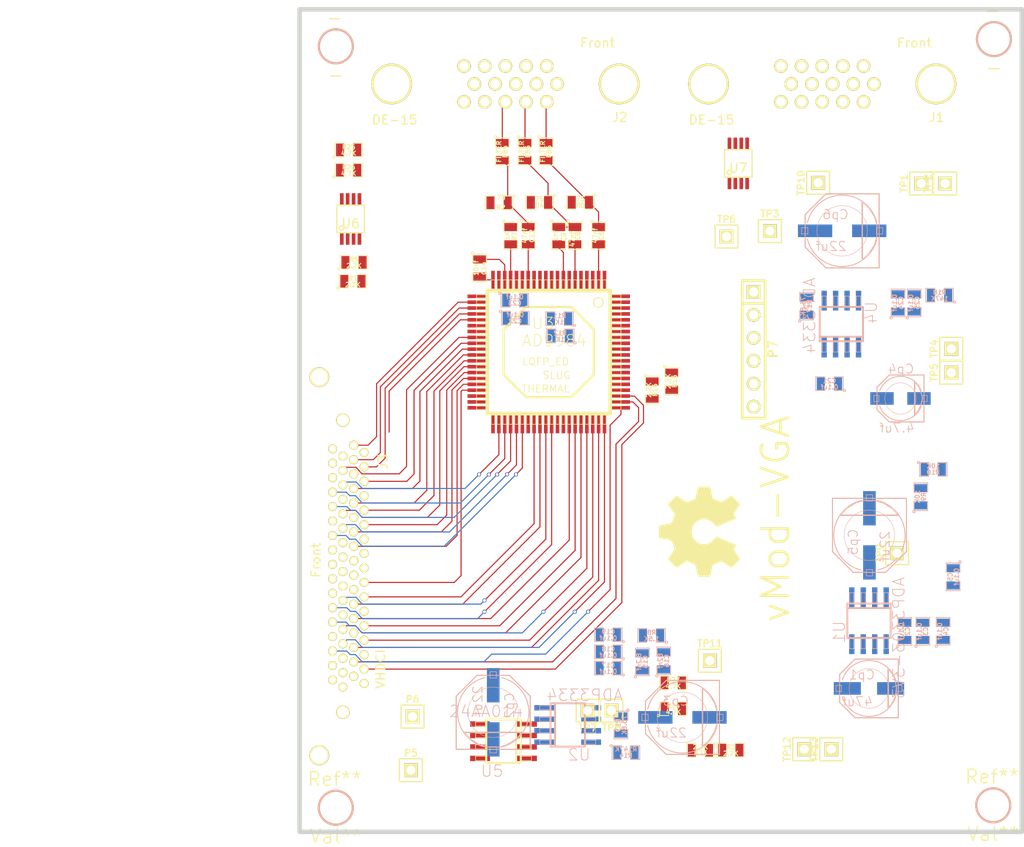
<source format=kicad_pcb>
(kicad_pcb (version 3) (host pcbnew "(2013-07-07 BZR 4022)-stable")
  (layers (15 F.Cu signal) (0 B.Cu signal) (18 B.Paste user) (19 F.Paste user) (20 B.SilkS user) (21 F.SilkS user) (22 B.Mask user) (23 F.Mask user) (28 Edge.Cuts user))
  (net 0 "")
  (net 1 /B)
  (net 2 /B0)
  (net 3 /B1)
  (net 4 /B2)
  (net 5 /B3)
  (net 6 /B4)
  (net 7 /B5)
  (net 8 /B6)
  (net 9 /B7)
  (net 10 /B8)
  (net 11 /B9)
  (net 12 /CLAMP)
  (net 13 /COST)
  (net 14 /DATACK)
  (net 15 /G)
  (net 16 /G0)
  (net 17 /G1)
  (net 18 /G2)
  (net 19 /G3)
  (net 20 /G4)
  (net 21 /G5)
  (net 22 /G6)
  (net 23 /G7)
  (net 24 /G8)
  (net 25 /G9)
  (net 26 /HSOUT)
  (net 27 /HSYNC0)
  (net 28 "/I2C/DDC Section/GND")
  (net 29 "/I2C/DDC Section/OVDD")
  (net 30 "/I2C/DDC Section/SCL_INT")
  (net 31 "/I2C/DDC Section/SCL_VGA_RX")
  (net 32 "/I2C/DDC Section/SCL_VGA_RX_BUF")
  (net 33 "/I2C/DDC Section/SCL_VGA_TX")
  (net 34 "/I2C/DDC Section/SCL_VGA_TX_BUF")
  (net 35 "/I2C/DDC Section/SDA_INT")
  (net 36 "/I2C/DDC Section/SDA_VGA_RX")
  (net 37 "/I2C/DDC Section/SDA_VGA_RX_BUF")
  (net 38 "/I2C/DDC Section/SDA_VGA_TX")
  (net 39 "/I2C/DDC Section/SDA_VGA_TX_BUF")
  (net 40 "/I2C/DDC Section/VCC")
  (net 41 /OE_Field)
  (net 42 /PWRDWN)
  (net 43 /PowerSupply/PVD)
  (net 44 /PowerSupply/VD)
  (net 45 /R)
  (net 46 /R0)
  (net 47 /R1)
  (net 48 /R2)
  (net 49 /R3)
  (net 50 /R4)
  (net 51 /R5)
  (net 52 /R6)
  (net 53 /R7)
  (net 54 /R8)
  (net 55 /R9)
  (net 56 /SOGOUT)
  (net 57 /VSOUT)
  (net 58 /VSYNC0)
  (net 59 N-000001)
  (net 60 N-0000010)
  (net 61 N-000005)
  (net 62 N-000006)
  (net 63 N-0000060)
  (net 64 N-0000061)
  (net 65 N-0000062)
  (net 66 N-0000063)
  (net 67 N-000007)
  (net 68 N-000008)
  (net 69 N-0000085)
  (net 70 N-0000086)
  (net 71 N-000009)
  (module SM0805 (layer F.Cu) (at 93.8072 48.365)
    (fp_text reference R1 (at 0 -0.3175) (layer F.SilkS) (effects (font (size 0.50038 0.50038) (thickness 0.10922))))
    (fp_text value 2.2K (at 0 0.381) (layer F.SilkS) (effects (font (size 0.50038 0.50038) (thickness 0.10922))))
    (pad 1 smd rect (at -0.9525 0) (size 0.889 1.397) (layers F.Cu F.Paste F.Mask) (net 29 "/I2C/DDC Section/OVDD"))
    (pad 2 smd rect (at 0.9525 0) (size 0.889 1.397) (layers F.Cu F.Paste F.Mask) (net 37 "/I2C/DDC Section/SDA_VGA_RX_BUF"))
  )
  (module SM0805 (layer F.Cu) (at 118.41 43.31 270)
    (fp_text reference C8 (at 0 -0.3175 270) (layer F.SilkS) (effects (font (size 0.50038 0.50038) (thickness 0.10922))))
    (fp_text value 47nf (at 0.4 0.3 270) (layer F.SilkS) (effects (font (size 0.50038 0.50038) (thickness 0.10922))))
    (pad 1 smd rect (at -0.9525 0 270) (size 0.889 1.397) (layers F.Cu F.Paste F.Mask) (net 63 N-0000060))
    (pad 2 smd rect (at 0.9525 0 270) (size 0.889 1.397) (layers F.Cu F.Paste F.Mask) (net 67 N-000007))
  )
  (module SM0805 (layer F.Cu) (at 116.61 43.31 270)
    (fp_text reference C9 (at 0.14 -0.56 270) (layer F.SilkS) (effects (font (size 0.50038 0.50038) (thickness 0.10922))))
    (fp_text value 1nf (at 0 0.381 270) (layer F.SilkS) (effects (font (size 0.50038 0.50038) (thickness 0.10922))))
    (pad 1 smd rect (at -0.9525 0 270) (size 0.889 1.397) (layers F.Cu F.Paste F.Mask) (net 63 N-0000060))
    (pad 2 smd rect (at 0.9525 0 270) (size 0.889 1.397) (layers F.Cu F.Paste F.Mask) (net 68 N-000008))
  )
  (module SM0805 (layer F.Cu) (at 113.23 43.31 270)
    (fp_text reference C12 (at 0.03 -0.42 270) (layer F.SilkS) (effects (font (size 0.50038 0.50038) (thickness 0.10922))))
    (fp_text value 47nf (at 0 0.381 270) (layer F.SilkS) (effects (font (size 0.50038 0.50038) (thickness 0.10922))))
    (pad 1 smd rect (at -0.9525 0 270) (size 0.889 1.397) (layers F.Cu F.Paste F.Mask) (net 60 N-0000010))
    (pad 2 smd rect (at 0.9525 0 270) (size 0.889 1.397) (layers F.Cu F.Paste F.Mask) (net 71 N-000009))
  )
  (module SM0805 (layer F.Cu) (at 107.84 46.89 270)
    (fp_text reference C14 (at 0.03 -0.5 270) (layer F.SilkS) (effects (font (size 0.50038 0.50038) (thickness 0.10922))))
    (fp_text value 10nf (at 0 0.381 270) (layer F.SilkS) (effects (font (size 0.50038 0.50038) (thickness 0.10922))))
    (pad 1 smd rect (at -0.9525 0 270) (size 0.889 1.397) (layers F.Cu F.Paste F.Mask) (net 66 N-0000063))
    (pad 2 smd rect (at 0.9525 0 270) (size 0.889 1.397) (layers F.Cu F.Paste F.Mask) (net 65 N-0000062))
  )
  (module SM0805 (layer F.Cu) (at 93.93 46.27)
    (fp_text reference R5 (at 0 -0.3175) (layer F.SilkS) (effects (font (size 0.50038 0.50038) (thickness 0.10922))))
    (fp_text value 2.2K (at 0 0.381) (layer F.SilkS) (effects (font (size 0.50038 0.50038) (thickness 0.10922))))
    (pad 1 smd rect (at -0.9525 0) (size 0.889 1.397) (layers F.Cu F.Paste F.Mask) (net 29 "/I2C/DDC Section/OVDD"))
    (pad 2 smd rect (at 0.9525 0) (size 0.889 1.397) (layers F.Cu F.Paste F.Mask) (net 32 "/I2C/DDC Section/SCL_VGA_RX_BUF"))
  )
  (module SM0805 (layer F.Cu) (at 135.6738 100.2912)
    (fp_text reference R3 (at 0 -0.3175) (layer F.SilkS) (effects (font (size 0.50038 0.50038) (thickness 0.10922))))
    (fp_text value 2.2K (at 0 0.381) (layer F.SilkS) (effects (font (size 0.50038 0.50038) (thickness 0.10922))))
    (pad 1 smd rect (at -0.9525 0) (size 0.889 1.397) (layers F.Cu F.Paste F.Mask) (net 29 "/I2C/DDC Section/OVDD"))
    (pad 2 smd rect (at 0.9525 0) (size 0.889 1.397) (layers F.Cu F.Paste F.Mask) (net 39 "/I2C/DDC Section/SDA_VGA_TX_BUF"))
  )
  (module SM0805 (layer F.Cu) (at 121.02 43.31 270)
    (fp_text reference C6 (at 0 -0.3175 270) (layer F.SilkS) (effects (font (size 0.50038 0.50038) (thickness 0.10922))))
    (fp_text value 47nf (at 0 0.381 270) (layer F.SilkS) (effects (font (size 0.50038 0.50038) (thickness 0.10922))))
    (pad 1 smd rect (at -0.9525 0 270) (size 0.889 1.397) (layers F.Cu F.Paste F.Mask) (net 64 N-0000061))
    (pad 2 smd rect (at 0.9525 0 270) (size 0.889 1.397) (layers F.Cu F.Paste F.Mask) (net 62 N-000006))
  )
  (module SM0805 (layer F.Cu) (at 119 39.62 180)
    (fp_text reference R6 (at 0 -0.3175 180) (layer F.SilkS) (effects (font (size 0.50038 0.50038) (thickness 0.10922))))
    (fp_text value 75 (at 0 0.381 180) (layer F.SilkS) (effects (font (size 0.50038 0.50038) (thickness 0.10922))))
    (pad 1 smd rect (at -0.9525 0 180) (size 0.889 1.397) (layers F.Cu F.Paste F.Mask) (net 64 N-0000061))
    (pad 2 smd rect (at 0.9525 0 180) (size 0.889 1.397) (layers F.Cu F.Paste F.Mask) (net 28 "/I2C/DDC Section/GND"))
  )
  (module SM0805 (layer F.Cu) (at 114.47 39.63 180)
    (fp_text reference R4 (at 0 -0.32 180) (layer F.SilkS) (effects (font (size 0.50038 0.50038) (thickness 0.10922))))
    (fp_text value 75 (at 0 0.381 180) (layer F.SilkS) (effects (font (size 0.50038 0.50038) (thickness 0.10922))))
    (pad 1 smd rect (at -0.9525 0 180) (size 0.889 1.397) (layers F.Cu F.Paste F.Mask) (net 63 N-0000060))
    (pad 2 smd rect (at 0.9525 0 180) (size 0.889 1.397) (layers F.Cu F.Paste F.Mask) (net 28 "/I2C/DDC Section/GND"))
  )
  (module SM0805 (layer F.Cu) (at 110 39.67 180)
    (fp_text reference R2 (at -0.2 -0.52 180) (layer F.SilkS) (effects (font (size 0.50038 0.50038) (thickness 0.10922))))
    (fp_text value 75 (at -0.23 0.6 180) (layer F.SilkS) (effects (font (size 0.50038 0.50038) (thickness 0.10922))))
    (pad 1 smd rect (at -0.9525 0 180) (size 0.889 1.397) (layers F.Cu F.Paste F.Mask) (net 60 N-0000010))
    (pad 2 smd rect (at 0.9525 0 180) (size 0.889 1.397) (layers F.Cu F.Paste F.Mask) (net 28 "/I2C/DDC Section/GND"))
  )
  (module SM0805 (layer F.Cu) (at 111.28 43.31 270)
    (fp_text reference R7 (at 0.07 -0.44 270) (layer F.SilkS) (effects (font (size 0.50038 0.50038) (thickness 0.10922))))
    (fp_text value 1K (at 0 0.381 270) (layer F.SilkS) (effects (font (size 0.50038 0.50038) (thickness 0.10922))))
    (pad 1 smd rect (at -0.9525 0 270) (size 0.889 1.397) (layers F.Cu F.Paste F.Mask) (net 28 "/I2C/DDC Section/GND"))
    (pad 2 smd rect (at 0.9525 0 270) (size 0.889 1.397) (layers F.Cu F.Paste F.Mask) (net 42 /PWRDWN))
  )
  (module SM0805 (layer F.Cu) (at 115.209 33.9958 270)
    (fp_text reference FB6 (at 0 -0.3175 270) (layer F.SilkS) (effects (font (size 0.50038 0.50038) (thickness 0.10922))))
    (fp_text value FILTER (at 0 0.381 270) (layer F.SilkS) (effects (font (size 0.50038 0.50038) (thickness 0.10922))))
    (pad 1 smd rect (at -0.9525 0 270) (size 0.889 1.397) (layers F.Cu F.Paste F.Mask) (net 45 /R))
    (pad 2 smd rect (at 0.9525 0 270) (size 0.889 1.397) (layers F.Cu F.Paste F.Mask) (net 64 N-0000061))
  )
  (module SM0805 (layer F.Cu) (at 112.8722 33.9958 270)
    (fp_text reference FB5 (at 0 -0.3175 270) (layer F.SilkS) (effects (font (size 0.50038 0.50038) (thickness 0.10922))))
    (fp_text value FILTER (at 0 0.381 270) (layer F.SilkS) (effects (font (size 0.50038 0.50038) (thickness 0.10922))))
    (pad 1 smd rect (at -0.9525 0 270) (size 0.889 1.397) (layers F.Cu F.Paste F.Mask) (net 15 /G))
    (pad 2 smd rect (at 0.9525 0 270) (size 0.889 1.397) (layers F.Cu F.Paste F.Mask) (net 63 N-0000060))
  )
  (module SM0805 (layer B.Cu) (at 156.7158 72.2324 90)
    (fp_text reference R9 (at 0 0.3175 90) (layer B.SilkS) (effects (font (size 0.50038 0.50038) (thickness 0.10922)) (justify mirror)))
    (fp_text value 10K (at 0 -0.381 90) (layer B.SilkS) (effects (font (size 0.50038 0.50038) (thickness 0.10922)) (justify mirror)))
    (pad 1 smd rect (at -0.9525 0 90) (size 0.889 1.397) (layers B.Cu B.Paste B.Mask) (net 29 "/I2C/DDC Section/OVDD"))
    (pad 2 smd rect (at 0.9525 0 90) (size 0.889 1.397) (layers B.Cu B.Paste B.Mask) (net 57 /VSOUT))
  )
  (module SM0805 (layer B.Cu) (at 123.5 97.51 270)
    (fp_text reference R13 (at 0 0.3175 270) (layer B.SilkS) (effects (font (size 0.50038 0.50038) (thickness 0.10922)) (justify mirror)))
    (fp_text value 76.8K (at 0 -0.381 270) (layer B.SilkS) (effects (font (size 0.50038 0.50038) (thickness 0.10922)) (justify mirror)))
    (pad 1 smd rect (at -0.9525 0 270) (size 0.889 1.397) (layers B.Cu B.Paste B.Mask) (net 43 /PowerSupply/PVD))
    (pad 2 smd rect (at 0.9525 0 270) (size 0.889 1.397) (layers B.Cu B.Paste B.Mask) (net 69 N-0000085))
  )
  (module SM0805 (layer B.Cu) (at 124.0533 100.5706)
    (fp_text reference R14 (at 0 0.3175) (layer B.SilkS) (effects (font (size 0.50038 0.50038) (thickness 0.10922)) (justify mirror)))
    (fp_text value R147K (at 0 -0.381) (layer B.SilkS) (effects (font (size 0.50038 0.50038) (thickness 0.10922)) (justify mirror)))
    (pad 1 smd rect (at -0.9525 0) (size 0.889 1.397) (layers B.Cu B.Paste B.Mask) (net 28 "/I2C/DDC Section/GND"))
    (pad 2 smd rect (at 0.9525 0) (size 0.889 1.397) (layers B.Cu B.Paste B.Mask) (net 69 N-0000085))
  )
  (module SM0805 (layer F.Cu) (at 110.3576 33.9958 270)
    (fp_text reference FB4 (at 0 -0.3175 270) (layer F.SilkS) (effects (font (size 0.50038 0.50038) (thickness 0.10922))))
    (fp_text value FILTER (at 0 0.381 270) (layer F.SilkS) (effects (font (size 0.50038 0.50038) (thickness 0.10922))))
    (pad 1 smd rect (at -0.9525 0 270) (size 0.889 1.397) (layers F.Cu F.Paste F.Mask) (net 1 /B))
    (pad 2 smd rect (at 0.9525 0 270) (size 0.889 1.397) (layers F.Cu F.Paste F.Mask) (net 60 N-0000010))
  )
  (module SM0805 (layer B.Cu) (at 158.7968 49.90228 180)
    (fp_text reference R18 (at 0 0.3175 180) (layer B.SilkS) (effects (font (size 0.50038 0.50038) (thickness 0.10922)) (justify mirror)))
    (fp_text value 147K (at 0 -0.381 180) (layer B.SilkS) (effects (font (size 0.50038 0.50038) (thickness 0.10922)) (justify mirror)))
    (pad 1 smd rect (at -0.9525 0 180) (size 0.889 1.397) (layers B.Cu B.Paste B.Mask) (net 28 "/I2C/DDC Section/GND"))
    (pad 2 smd rect (at 0.9525 0 180) (size 0.889 1.397) (layers B.Cu B.Paste B.Mask) (net 70 N-0000086))
  )
  (module SM0805 (layer B.Cu) (at 144.0658 51.1124 90)
    (fp_text reference R17 (at 0 0.3175 90) (layer B.SilkS) (effects (font (size 0.50038 0.50038) (thickness 0.10922)) (justify mirror)))
    (fp_text value 76.8K (at 0 -0.381 90) (layer B.SilkS) (effects (font (size 0.50038 0.50038) (thickness 0.10922)) (justify mirror)))
    (pad 1 smd rect (at -0.9525 0 90) (size 0.889 1.397) (layers B.Cu B.Paste B.Mask) (net 44 /PowerSupply/VD))
    (pad 2 smd rect (at 0.9525 0 90) (size 0.889 1.397) (layers B.Cu B.Paste B.Mask) (net 70 N-0000086))
  )
  (module SM0805 (layer B.Cu) (at 158.1 69.2)
    (fp_text reference R10 (at 0 0.3175) (layer B.SilkS) (effects (font (size 0.50038 0.50038) (thickness 0.10922)) (justify mirror)))
    (fp_text value 10K (at 0 -0.381) (layer B.SilkS) (effects (font (size 0.50038 0.50038) (thickness 0.10922)) (justify mirror)))
    (pad 1 smd rect (at -0.9525 0) (size 0.889 1.397) (layers B.Cu B.Paste B.Mask) (net 28 "/I2C/DDC Section/GND"))
    (pad 2 smd rect (at 0.9525 0) (size 0.889 1.397) (layers B.Cu B.Paste B.Mask) (net 57 /VSOUT))
  )
  (module SM0805 (layer F.Cu) (at 129.1134 59.43 270)
    (fp_text reference R15 (at 0 -0.3175 270) (layer F.SilkS) (effects (font (size 0.50038 0.50038) (thickness 0.10922))))
    (fp_text value 2.2K (at 0 0.381 270) (layer F.SilkS) (effects (font (size 0.50038 0.50038) (thickness 0.10922))))
    (pad 1 smd rect (at -0.9525 0 270) (size 0.889 1.397) (layers F.Cu F.Paste F.Mask) (net 30 "/I2C/DDC Section/SCL_INT"))
    (pad 2 smd rect (at 0.9525 0 270) (size 0.889 1.397) (layers F.Cu F.Paste F.Mask) (net 29 "/I2C/DDC Section/OVDD"))
  )
  (module SM0805 (layer F.Cu) (at 126.9634 60.41 270)
    (fp_text reference R16 (at 0 -0.3175 270) (layer F.SilkS) (effects (font (size 0.50038 0.50038) (thickness 0.10922))))
    (fp_text value 2.2K (at 0 0.381 270) (layer F.SilkS) (effects (font (size 0.50038 0.50038) (thickness 0.10922))))
    (pad 1 smd rect (at -0.9525 0 270) (size 0.889 1.397) (layers F.Cu F.Paste F.Mask) (net 35 "/I2C/DDC Section/SDA_INT"))
    (pad 2 smd rect (at 0.9525 0 270) (size 0.889 1.397) (layers F.Cu F.Paste F.Mask) (net 29 "/I2C/DDC Section/OVDD"))
  )
  (module SM0805 (layer B.Cu) (at 116.7 52.5 180)
    (fp_text reference R11 (at 0 0.3175 180) (layer B.SilkS) (effects (font (size 0.50038 0.50038) (thickness 0.10922)) (justify mirror)))
    (fp_text value 1K (at 0 -0.381 180) (layer B.SilkS) (effects (font (size 0.50038 0.50038) (thickness 0.10922)) (justify mirror)))
    (pad 1 smd rect (at -0.9525 0 180) (size 0.889 1.397) (layers B.Cu B.Paste B.Mask) (net 28 "/I2C/DDC Section/GND"))
    (pad 2 smd rect (at 0.9525 0 180) (size 0.889 1.397) (layers B.Cu B.Paste B.Mask) (net 13 /COST))
  )
  (module SM0805 (layer B.Cu) (at 116.77 54.41 180)
    (fp_text reference R12 (at 0 0.3175 180) (layer B.SilkS) (effects (font (size 0.50038 0.50038) (thickness 0.10922)) (justify mirror)))
    (fp_text value 1K (at 0 -0.381 180) (layer B.SilkS) (effects (font (size 0.50038 0.50038) (thickness 0.10922)) (justify mirror)))
    (pad 1 smd rect (at -0.9525 0 180) (size 0.889 1.397) (layers B.Cu B.Paste B.Mask) (net 28 "/I2C/DDC Section/GND"))
    (pad 2 smd rect (at 0.9525 0 180) (size 0.889 1.397) (layers B.Cu B.Paste B.Mask) (net 12 /CLAMP))
  )
  (module SM0805 (layer B.Cu) (at 126.89 87.59 180)
    (fp_text reference R8 (at 0 0.3175 180) (layer B.SilkS) (effects (font (size 0.50038 0.50038) (thickness 0.10922)) (justify mirror)))
    (fp_text value 1.5K (at 0 -0.381 180) (layer B.SilkS) (effects (font (size 0.50038 0.50038) (thickness 0.10922)) (justify mirror)))
    (pad 1 smd rect (at -0.9525 0 180) (size 0.889 1.397) (layers B.Cu B.Paste B.Mask) (net 61 N-000005))
    (pad 2 smd rect (at 0.9525 0 180) (size 0.889 1.397) (layers B.Cu B.Paste B.Mask) (net 59 N-000001))
  )
  (module SM0805 (layer B.Cu) (at 128.24 90.41 90)
    (fp_text reference C16 (at 0 0.3175 90) (layer B.SilkS) (effects (font (size 0.50038 0.50038) (thickness 0.10922)) (justify mirror)))
    (fp_text value 82nf (at 0 -0.381 90) (layer B.SilkS) (effects (font (size 0.50038 0.50038) (thickness 0.10922)) (justify mirror)))
    (pad 1 smd rect (at -0.9525 0 90) (size 0.889 1.397) (layers B.Cu B.Paste B.Mask) (net 43 /PowerSupply/PVD))
    (pad 2 smd rect (at 0.9525 0 90) (size 0.889 1.397) (layers B.Cu B.Paste B.Mask) (net 61 N-000005))
  )
  (module SM0805 (layer B.Cu) (at 125.88 90.52 90)
    (fp_text reference C15 (at 0 0.3175 90) (layer B.SilkS) (effects (font (size 0.50038 0.50038) (thickness 0.10922)) (justify mirror)))
    (fp_text value 8.2nf (at 0 -0.381 90) (layer B.SilkS) (effects (font (size 0.50038 0.50038) (thickness 0.10922)) (justify mirror)))
    (pad 1 smd rect (at -0.9525 0 90) (size 0.889 1.397) (layers B.Cu B.Paste B.Mask) (net 43 /PowerSupply/PVD))
    (pad 2 smd rect (at 0.9525 0 90) (size 0.889 1.397) (layers B.Cu B.Paste B.Mask) (net 59 N-000001))
  )
  (module PIN_ARRAY_1 (layer F.Cu) (at 100.41 96.58)
    (fp_text reference P6 (at 0 -1.905) (layer F.SilkS) (effects (font (size 0.762 0.762) (thickness 0.1524))))
    (fp_text value CONN_1 hide)
    (pad 1 thru_hole rect (at 0 0) (size 1.524 1.524) (drill 1.016) (layers *.Cu *.Mask F.SilkS) (net 40 "/I2C/DDC Section/VCC"))
  )
  (module PIN_ARRAY_1 (layer F.Cu) (at 100.23 102.52)
    (fp_text reference P5 (at 0 -1.905) (layer F.SilkS) (effects (font (size 0.762 0.762) (thickness 0.1524))))
    (fp_text value CONN_1 hide)
    (pad 1 thru_hole rect (at 0 0) (size 1.524 1.524) (drill 1.016) (layers *.Cu *.Mask F.SilkS) (net 28 "/I2C/DDC Section/GND"))
  )
  (module DE-15 (layer F.Cu) (at 110.7 24.5 180)
    (fp_text reference J2 (at -12.66 -5.7 180) (layer F.SilkS))
    (fp_text value DE-15 (at 12.27 -5.98 180) (layer F.SilkS))
    (fp_text user Front (at -10.2 2.55 180) (layer F.SilkS))
    (pad 6 thru_hole circle (at -5.725 -2 180) (size 1.5 1.5) (drill 1.05) (layers *.Cu *.Mask F.SilkS) (net 28 "/I2C/DDC Section/GND"))
    (pad 7 thru_hole circle (at -3.435 -2 180) (size 1.5 1.5) (drill 1.05) (layers *.Cu *.Mask F.SilkS) (net 28 "/I2C/DDC Section/GND"))
    (pad 8 thru_hole circle (at -1.145 -2 180) (size 1.5 1.5) (drill 1.05) (layers *.Cu *.Mask F.SilkS) (net 28 "/I2C/DDC Section/GND"))
    (pad 9 thru_hole circle (at 1.145 -2 180) (size 1.5 1.5) (drill 1.05) (layers *.Cu *.Mask F.SilkS))
    (pad 10 thru_hole circle (at 3.435 -2 180) (size 1.5 1.5) (drill 1.05) (layers *.Cu *.Mask F.SilkS) (net 28 "/I2C/DDC Section/GND"))
    (pad 1 thru_hole circle (at -4.58 -3.98 180) (size 1.5 1.5) (drill 1.05) (layers *.Cu *.Mask F.SilkS) (net 45 /R))
    (pad 2 thru_hole circle (at -2.29 -3.98 180) (size 1.5 1.5) (drill 1.05) (layers *.Cu *.Mask F.SilkS) (net 15 /G))
    (pad 3 thru_hole circle (at 0 -3.98 180) (size 1.5 1.5) (drill 1.05) (layers *.Cu *.Mask F.SilkS) (net 1 /B))
    (pad 4 thru_hole circle (at 2.29 -3.98 180) (size 1.5 1.5) (drill 1.05) (layers *.Cu *.Mask F.SilkS))
    (pad 5 thru_hole circle (at 4.58 -3.98 180) (size 1.5 1.5) (drill 1.05) (layers *.Cu *.Mask F.SilkS) (net 28 "/I2C/DDC Section/GND"))
    (pad 11 thru_hole circle (at -4.58 -0.02 180) (size 1.5 1.5) (drill 1.05) (layers *.Cu *.Mask F.SilkS))
    (pad 12 thru_hole circle (at -2.29 -0.02 180) (size 1.5 1.5) (drill 1.05) (layers *.Cu *.Mask F.SilkS) (net 36 "/I2C/DDC Section/SDA_VGA_RX"))
    (pad 13 thru_hole circle (at 0 -0.02 180) (size 1.5 1.5) (drill 1.05) (layers *.Cu *.Mask F.SilkS) (net 27 /HSYNC0))
    (pad 14 thru_hole circle (at 2.29 -0.02 180) (size 1.5 1.5) (drill 1.05) (layers *.Cu *.Mask F.SilkS) (net 58 /VSYNC0))
    (pad 15 thru_hole circle (at 4.58 -0.02 180) (size 1.5 1.5) (drill 1.05) (layers *.Cu *.Mask F.SilkS) (net 31 "/I2C/DDC Section/SCL_VGA_RX"))
    (pad "" thru_hole circle (at 12.595 -2 180) (size 4.5 4.5) (drill 3.96) (layers *.Cu F.SilkS))
    (pad "" thru_hole circle (at -12.595 -2 180) (size 4.5 4.5) (drill 3.96) (layers *.Cu F.SilkS))
  )
  (module DE-15 (layer F.Cu) (at 145.8 24.5 180)
    (fp_text reference J1 (at -12.66 -5.7 180) (layer F.SilkS))
    (fp_text value DE-15 (at 12.27 -5.98 180) (layer F.SilkS))
    (fp_text user Front (at -10.2 2.55 180) (layer F.SilkS))
    (pad 6 thru_hole circle (at -5.725 -2 180) (size 1.5 1.5) (drill 1.05) (layers *.Cu *.Mask F.SilkS) (net 28 "/I2C/DDC Section/GND"))
    (pad 7 thru_hole circle (at -3.435 -2 180) (size 1.5 1.5) (drill 1.05) (layers *.Cu *.Mask F.SilkS) (net 28 "/I2C/DDC Section/GND"))
    (pad 8 thru_hole circle (at -1.145 -2 180) (size 1.5 1.5) (drill 1.05) (layers *.Cu *.Mask F.SilkS) (net 28 "/I2C/DDC Section/GND"))
    (pad 9 thru_hole circle (at 1.145 -2 180) (size 1.5 1.5) (drill 1.05) (layers *.Cu *.Mask F.SilkS))
    (pad 10 thru_hole circle (at 3.435 -2 180) (size 1.5 1.5) (drill 1.05) (layers *.Cu *.Mask F.SilkS) (net 28 "/I2C/DDC Section/GND"))
    (pad 1 thru_hole circle (at -4.58 -3.98 180) (size 1.5 1.5) (drill 1.05) (layers *.Cu *.Mask F.SilkS) (net 45 /R))
    (pad 2 thru_hole circle (at -2.29 -3.98 180) (size 1.5 1.5) (drill 1.05) (layers *.Cu *.Mask F.SilkS) (net 15 /G))
    (pad 3 thru_hole circle (at 0 -3.98 180) (size 1.5 1.5) (drill 1.05) (layers *.Cu *.Mask F.SilkS) (net 1 /B))
    (pad 4 thru_hole circle (at 2.29 -3.98 180) (size 1.5 1.5) (drill 1.05) (layers *.Cu *.Mask F.SilkS))
    (pad 5 thru_hole circle (at 4.58 -3.98 180) (size 1.5 1.5) (drill 1.05) (layers *.Cu *.Mask F.SilkS) (net 28 "/I2C/DDC Section/GND"))
    (pad 11 thru_hole circle (at -4.58 -0.02 180) (size 1.5 1.5) (drill 1.05) (layers *.Cu *.Mask F.SilkS))
    (pad 12 thru_hole circle (at -2.29 -0.02 180) (size 1.5 1.5) (drill 1.05) (layers *.Cu *.Mask F.SilkS) (net 38 "/I2C/DDC Section/SDA_VGA_TX"))
    (pad 13 thru_hole circle (at 0 -0.02 180) (size 1.5 1.5) (drill 1.05) (layers *.Cu *.Mask F.SilkS) (net 27 /HSYNC0))
    (pad 14 thru_hole circle (at 2.29 -0.02 180) (size 1.5 1.5) (drill 1.05) (layers *.Cu *.Mask F.SilkS) (net 58 /VSYNC0))
    (pad 15 thru_hole circle (at 4.58 -0.02 180) (size 1.5 1.5) (drill 1.05) (layers *.Cu *.Mask F.SilkS) (net 33 "/I2C/DDC Section/SCL_VGA_TX"))
    (pad "" thru_hole circle (at 12.595 -2 180) (size 4.5 4.5) (drill 3.96) (layers *.Cu F.SilkS))
    (pad "" thru_hole circle (at -12.595 -2 180) (size 4.5 4.5) (drill 3.96) (layers *.Cu F.SilkS))
  )
  (module -SOIC8 (layer B.Cu) (at 150.9758 85.9624)
    (fp_text reference U1 (at -3.302 1.27 270) (layer B.SilkS) (effects (font (size 1.27 1.27) (thickness 0.0889)) (justify mirror)))
    (fp_text value ADP3303-3V3 (at 3.302 1.905 270) (layer B.SilkS) (effects (font (size 1.27 1.27) (thickness 0.0889)) (justify mirror)))
    (pad 1 smd rect (at -1.905 -2.59842) (size 0.59944 2.19964) (layers B.Cu B.Paste B.Mask) (net 29 "/I2C/DDC Section/OVDD"))
    (pad 2 smd rect (at -0.635 -2.59842) (size 0.59944 2.19964) (layers B.Cu B.Paste B.Mask) (net 29 "/I2C/DDC Section/OVDD"))
    (pad 3 smd rect (at 0.635 -2.59842) (size 0.59944 2.19964) (layers B.Cu B.Paste B.Mask))
    (pad 4 smd rect (at 1.905 -2.59842) (size 0.59944 2.19964) (layers B.Cu B.Paste B.Mask) (net 28 "/I2C/DDC Section/GND"))
    (pad 5 smd rect (at 1.905 2.59842) (size 0.59944 2.19964) (layers B.Cu B.Paste B.Mask) (net 40 "/I2C/DDC Section/VCC"))
    (pad 6 smd rect (at 0.635 2.59842) (size 0.59944 2.19964) (layers B.Cu B.Paste B.Mask))
    (pad 7 smd rect (at -0.635 2.59842) (size 0.59944 2.19964) (layers B.Cu B.Paste B.Mask) (net 40 "/I2C/DDC Section/VCC"))
    (pad 8 smd rect (at -1.905 2.59842) (size 0.59944 2.19964) (layers B.Cu B.Paste B.Mask) (net 40 "/I2C/DDC Section/VCC"))
  )
  (module -SOIC8 (layer B.Cu) (at 117.6 97.51 90)
    (fp_text reference U2 (at -3.302 1.27 360) (layer B.SilkS) (effects (font (size 1.27 1.27) (thickness 0.0889)) (justify mirror)))
    (fp_text value ADP3334 (at 3.302 1.905 360) (layer B.SilkS) (effects (font (size 1.27 1.27) (thickness 0.0889)) (justify mirror)))
    (pad 1 smd rect (at -1.905 -2.59842 90) (size 0.59944 2.19964) (layers B.Cu B.Paste B.Mask) (net 28 "/I2C/DDC Section/GND"))
    (pad 2 smd rect (at -0.635 -2.59842 90) (size 0.59944 2.19964) (layers B.Cu B.Paste B.Mask) (net 28 "/I2C/DDC Section/GND"))
    (pad 3 smd rect (at 0.635 -2.59842 90) (size 0.59944 2.19964) (layers B.Cu B.Paste B.Mask) (net 40 "/I2C/DDC Section/VCC"))
    (pad 4 smd rect (at 1.905 -2.59842 90) (size 0.59944 2.19964) (layers B.Cu B.Paste B.Mask) (net 40 "/I2C/DDC Section/VCC"))
    (pad 5 smd rect (at 1.905 2.59842 90) (size 0.59944 2.19964) (layers B.Cu B.Paste B.Mask) (net 43 /PowerSupply/PVD))
    (pad 6 smd rect (at 0.635 2.59842 90) (size 0.59944 2.19964) (layers B.Cu B.Paste B.Mask) (net 43 /PowerSupply/PVD))
    (pad 7 smd rect (at -0.635 2.59842 90) (size 0.59944 2.19964) (layers B.Cu B.Paste B.Mask) (net 69 N-0000085))
    (pad 8 smd rect (at -1.905 2.59842 90) (size 0.59944 2.19964) (layers B.Cu B.Paste B.Mask))
  )
  (module -SOIC8 (layer B.Cu) (at 147.9158 53.1024 180)
    (fp_text reference U4 (at -3.302 1.27 450) (layer B.SilkS) (effects (font (size 1.27 1.27) (thickness 0.0889)) (justify mirror)))
    (fp_text value ADP3334 (at 3.5208 0.9446 270) (layer B.SilkS) (effects (font (size 1.27 1.27) (thickness 0.0889)) (justify mirror)))
    (pad 1 smd rect (at -1.905 -2.59842 180) (size 0.59944 2.19964) (layers B.Cu B.Paste B.Mask) (net 28 "/I2C/DDC Section/GND"))
    (pad 2 smd rect (at -0.635 -2.59842 180) (size 0.59944 2.19964) (layers B.Cu B.Paste B.Mask) (net 28 "/I2C/DDC Section/GND"))
    (pad 3 smd rect (at 0.635 -2.59842 180) (size 0.59944 2.19964) (layers B.Cu B.Paste B.Mask) (net 40 "/I2C/DDC Section/VCC"))
    (pad 4 smd rect (at 1.905 -2.59842 180) (size 0.59944 2.19964) (layers B.Cu B.Paste B.Mask) (net 40 "/I2C/DDC Section/VCC"))
    (pad 5 smd rect (at 1.905 2.59842 180) (size 0.59944 2.19964) (layers B.Cu B.Paste B.Mask) (net 44 /PowerSupply/VD))
    (pad 6 smd rect (at 0.635 2.59842 180) (size 0.59944 2.19964) (layers B.Cu B.Paste B.Mask) (net 44 /PowerSupply/VD))
    (pad 7 smd rect (at -0.635 2.59842 180) (size 0.59944 2.19964) (layers B.Cu B.Paste B.Mask) (net 70 N-0000086))
    (pad 8 smd rect (at -1.905 2.59842 180) (size 0.59944 2.19964) (layers B.Cu B.Paste B.Mask))
  )
  (module VHDCI (layer F.Cu) (at 92.7 63.75 270)
    (fp_text reference J3 (at 4.59 -4.45 270) (layer F.SilkS))
    (fp_text value VHDCI (at 27.56 -4.18 270) (layer F.SilkS))
    (fp_text user Front (at 15.52 3 270) (layer F.SilkS))
    (pad 51 thru_hole circle (at 15.97 1.15 270) (size 1 1) (drill 0.65) (layers *.Cu *.Mask F.SilkS) (net 40 "/I2C/DDC Section/VCC"))
    (pad 49 thru_hole circle (at 14.37 1.15 270) (size 1 1) (drill 0.65) (layers *.Cu *.Mask F.SilkS) (net 14 /DATACK))
    (pad 47 thru_hole circle (at 12.77 1.15 270) (size 1 1) (drill 0.65) (layers *.Cu *.Mask F.SilkS) (net 21 /G5))
    (pad 45 thru_hole circle (at 11.17 1.15 270) (size 1 1) (drill 0.65) (layers *.Cu *.Mask F.SilkS) (net 28 "/I2C/DDC Section/GND"))
    (pad 43 thru_hole circle (at 9.57 1.15 270) (size 1 1) (drill 0.65) (layers *.Cu *.Mask F.SilkS) (net 23 /G7))
    (pad 41 thru_hole circle (at 7.97 1.15 270) (size 1 1) (drill 0.65) (layers *.Cu *.Mask F.SilkS) (net 24 /G8))
    (pad 39 thru_hole circle (at 6.37 1.15 270) (size 1 1) (drill 0.65) (layers *.Cu *.Mask F.SilkS) (net 28 "/I2C/DDC Section/GND"))
    (pad 37 thru_hole circle (at 4.77 1.15 270) (size 1 1) (drill 0.65) (layers *.Cu *.Mask F.SilkS) (net 37 "/I2C/DDC Section/SDA_VGA_RX_BUF"))
    (pad 35 thru_hole circle (at 3.17 1.15 270) (size 1 1) (drill 0.65) (layers *.Cu *.Mask F.SilkS) (net 32 "/I2C/DDC Section/SCL_VGA_RX_BUF"))
    (pad 53 thru_hole circle (at 17.57 1.15 270) (size 1 1) (drill 0.65) (layers *.Cu *.Mask F.SilkS))
    (pad 55 thru_hole circle (at 19.17 1.15 270) (size 1 1) (drill 0.65) (layers *.Cu *.Mask F.SilkS) (net 28 "/I2C/DDC Section/GND"))
    (pad 57 thru_hole circle (at 20.77 1.15 270) (size 1 1) (drill 0.65) (layers *.Cu *.Mask F.SilkS) (net 16 /G0))
    (pad 59 thru_hole circle (at 22.37 1.15 270) (size 1 1) (drill 0.65) (layers *.Cu *.Mask F.SilkS) (net 8 /B6))
    (pad 61 thru_hole circle (at 23.97 1.15 270) (size 1 1) (drill 0.65) (layers *.Cu *.Mask F.SilkS) (net 28 "/I2C/DDC Section/GND"))
    (pad 63 thru_hole circle (at 25.57 1.15 270) (size 1 1) (drill 0.65) (layers *.Cu *.Mask F.SilkS) (net 4 /B2))
    (pad 65 thru_hole circle (at 27.17 1.15 270) (size 1 1) (drill 0.65) (layers *.Cu *.Mask F.SilkS) (net 34 "/I2C/DDC Section/SCL_VGA_TX_BUF"))
    (pad 67 thru_hole circle (at 28.77 1.15 270) (size 1 1) (drill 0.65) (layers *.Cu *.Mask F.SilkS) (net 28 "/I2C/DDC Section/GND"))
    (pad 68 thru_hole circle (at 29.57 0 270) (size 1 1) (drill 0.65) (layers *.Cu *.Mask F.SilkS) (net 30 "/I2C/DDC Section/SCL_INT"))
    (pad 66 thru_hole circle (at 27.97 0 270) (size 1 1) (drill 0.65) (layers *.Cu *.Mask F.SilkS) (net 39 "/I2C/DDC Section/SDA_VGA_TX_BUF"))
    (pad 64 thru_hole circle (at 26.37 0 270) (size 1 1) (drill 0.65) (layers *.Cu *.Mask F.SilkS) (net 28 "/I2C/DDC Section/GND"))
    (pad 62 thru_hole circle (at 24.77 0 270) (size 1 1) (drill 0.65) (layers *.Cu *.Mask F.SilkS) (net 5 /B3))
    (pad 60 thru_hole circle (at 23.17 0 270) (size 1 1) (drill 0.65) (layers *.Cu *.Mask F.SilkS) (net 9 /B7))
    (pad 58 thru_hole circle (at 21.57 0 270) (size 1 1) (drill 0.65) (layers *.Cu *.Mask F.SilkS) (net 28 "/I2C/DDC Section/GND"))
    (pad 56 thru_hole circle (at 19.97 0 270) (size 1 1) (drill 0.65) (layers *.Cu *.Mask F.SilkS) (net 17 /G1))
    (pad 54 thru_hole circle (at 18.37 0 270) (size 1 1) (drill 0.65) (layers *.Cu *.Mask F.SilkS) (net 20 /G4))
    (pad 36 thru_hole circle (at 3.97 0 270) (size 1 1) (drill 0.65) (layers *.Cu *.Mask F.SilkS) (net 28 "/I2C/DDC Section/GND"))
    (pad 38 thru_hole circle (at 5.57 0 270) (size 1 1) (drill 0.65) (layers *.Cu *.Mask F.SilkS) (net 55 /R9))
    (pad 40 thru_hole circle (at 7.17 0 270) (size 1 1) (drill 0.65) (layers *.Cu *.Mask F.SilkS) (net 25 /G9))
    (pad 42 thru_hole circle (at 8.77 0 270) (size 1 1) (drill 0.65) (layers *.Cu *.Mask F.SilkS) (net 28 "/I2C/DDC Section/GND"))
    (pad 44 thru_hole circle (at 10.37 0 270) (size 1 1) (drill 0.65) (layers *.Cu *.Mask F.SilkS) (net 50 /R4))
    (pad 46 thru_hole circle (at 11.97 0 270) (size 1 1) (drill 0.65) (layers *.Cu *.Mask F.SilkS) (net 22 /G6))
    (pad 48 thru_hole circle (at 13.57 0 270) (size 1 1) (drill 0.65) (layers *.Cu *.Mask F.SilkS) (net 28 "/I2C/DDC Section/GND"))
    (pad 50 thru_hole circle (at 15.17 0 270) (size 1 1) (drill 0.65) (layers *.Cu *.Mask F.SilkS))
    (pad 52 thru_hole circle (at 16.77 0 270) (size 1 1) (drill 0.65) (layers *.Cu *.Mask F.SilkS) (net 40 "/I2C/DDC Section/VCC"))
    (pad 18 thru_hole circle (at 16.37 -2.35 270) (size 1 1) (drill 0.65) (layers *.Cu *.Mask F.SilkS) (net 40 "/I2C/DDC Section/VCC"))
    (pad 16 thru_hole circle (at 14.77 -2.35 270) (size 1 1) (drill 0.65) (layers *.Cu *.Mask F.SilkS))
    (pad 14 thru_hole circle (at 13.17 -2.35 270) (size 1 1) (drill 0.65) (layers *.Cu *.Mask F.SilkS) (net 28 "/I2C/DDC Section/GND"))
    (pad 12 thru_hole circle (at 11.57 -2.35 270) (size 1 1) (drill 0.65) (layers *.Cu *.Mask F.SilkS) (net 49 /R3))
    (pad 10 thru_hole circle (at 9.97 -2.35 270) (size 1 1) (drill 0.65) (layers *.Cu *.Mask F.SilkS) (net 51 /R5))
    (pad 8 thru_hole circle (at 8.37 -2.35 270) (size 1 1) (drill 0.65) (layers *.Cu *.Mask F.SilkS) (net 28 "/I2C/DDC Section/GND"))
    (pad 6 thru_hole circle (at 6.77 -2.35 270) (size 1 1) (drill 0.65) (layers *.Cu *.Mask F.SilkS) (net 54 /R8))
    (pad 4 thru_hole circle (at 5.17 -2.35 270) (size 1 1) (drill 0.65) (layers *.Cu *.Mask F.SilkS) (net 56 /SOGOUT))
    (pad 2 thru_hole circle (at 3.57 -2.35 270) (size 1 1) (drill 0.65) (layers *.Cu *.Mask F.SilkS) (net 28 "/I2C/DDC Section/GND"))
    (pad 20 thru_hole circle (at 17.97 -2.35 270) (size 1 1) (drill 0.65) (layers *.Cu *.Mask F.SilkS) (net 46 /R0))
    (pad 22 thru_hole circle (at 19.57 -2.35 270) (size 1 1) (drill 0.65) (layers *.Cu *.Mask F.SilkS) (net 19 /G3))
    (pad 24 thru_hole circle (at 21.17 -2.35 270) (size 1 1) (drill 0.65) (layers *.Cu *.Mask F.SilkS) (net 28 "/I2C/DDC Section/GND"))
    (pad 26 thru_hole circle (at 22.77 -2.35 270) (size 1 1) (drill 0.65) (layers *.Cu *.Mask F.SilkS) (net 10 /B8))
    (pad 28 thru_hole circle (at 24.37 -2.35 270) (size 1 1) (drill 0.65) (layers *.Cu *.Mask F.SilkS) (net 7 /B5))
    (pad 30 thru_hole circle (at 25.97 -2.35 270) (size 1 1) (drill 0.65) (layers *.Cu *.Mask F.SilkS) (net 28 "/I2C/DDC Section/GND"))
    (pad 32 thru_hole circle (at 27.57 -2.35 270) (size 1 1) (drill 0.65) (layers *.Cu *.Mask F.SilkS) (net 2 /B0))
    (pad 34 thru_hole circle (at 29.17 -2.35 270) (size 1 1) (drill 0.65) (layers *.Cu *.Mask F.SilkS) (net 35 "/I2C/DDC Section/SDA_INT"))
    (pad 33 thru_hole circle (at 28.37 -1.2 270) (size 1 1) (drill 0.65) (layers *.Cu *.Mask F.SilkS) (net 28 "/I2C/DDC Section/GND"))
    (pad 31 thru_hole circle (at 26.77 -1.2 270) (size 1 1) (drill 0.65) (layers *.Cu *.Mask F.SilkS) (net 3 /B1))
    (pad 29 thru_hole circle (at 25.17 -1.2 270) (size 1 1) (drill 0.65) (layers *.Cu *.Mask F.SilkS) (net 6 /B4))
    (pad 27 thru_hole circle (at 23.57 -1.2 270) (size 1 1) (drill 0.65) (layers *.Cu *.Mask F.SilkS) (net 28 "/I2C/DDC Section/GND"))
    (pad 25 thru_hole circle (at 21.97 -1.2 270) (size 1 1) (drill 0.65) (layers *.Cu *.Mask F.SilkS) (net 11 /B9))
    (pad 23 thru_hole circle (at 20.37 -1.2 270) (size 1 1) (drill 0.65) (layers *.Cu *.Mask F.SilkS) (net 18 /G2))
    (pad 21 thru_hole circle (at 18.77 -1.2 270) (size 1 1) (drill 0.65) (layers *.Cu *.Mask F.SilkS) (net 28 "/I2C/DDC Section/GND"))
    (pad 19 thru_hole circle (at 17.17 -1.2 270) (size 1 1) (drill 0.65) (layers *.Cu *.Mask F.SilkS))
    (pad 1 thru_hole circle (at 2.77 -1.2 270) (size 1 1) (drill 0.65) (layers *.Cu *.Mask F.SilkS) (net 57 /VSOUT))
    (pad 3 thru_hole circle (at 4.37 -1.2 270) (size 1 1) (drill 0.65) (layers *.Cu *.Mask F.SilkS) (net 26 /HSOUT))
    (pad 5 thru_hole circle (at 5.97 -1.2 270) (size 1 1) (drill 0.65) (layers *.Cu *.Mask F.SilkS) (net 28 "/I2C/DDC Section/GND"))
    (pad 7 thru_hole circle (at 7.57 -1.2 270) (size 1 1) (drill 0.65) (layers *.Cu *.Mask F.SilkS) (net 53 /R7))
    (pad 9 thru_hole circle (at 9.17 -1.2 270) (size 1 1) (drill 0.65) (layers *.Cu *.Mask F.SilkS) (net 52 /R6))
    (pad 11 thru_hole circle (at 10.77 -1.2 270) (size 1 1) (drill 0.65) (layers *.Cu *.Mask F.SilkS) (net 28 "/I2C/DDC Section/GND"))
    (pad 13 thru_hole circle (at 12.37 -1.2 270) (size 1 1) (drill 0.65) (layers *.Cu *.Mask F.SilkS) (net 48 /R2))
    (pad 15 thru_hole circle (at 13.97 -1.2 270) (size 1 1) (drill 0.65) (layers *.Cu *.Mask F.SilkS) (net 47 /R1))
    (pad 17 thru_hole circle (at 15.57 -1.2 270) (size 1 1) (drill 0.65) (layers *.Cu *.Mask F.SilkS) (net 40 "/I2C/DDC Section/VCC"))
    (pad "" thru_hole circle (at 0 0 270) (size 1.5 1.5) (drill 1.2) (layers *.Cu *.Mask F.SilkS))
    (pad "" thru_hole circle (at -4.77 2.62 270) (size 2.2 2.2) (drill 1.83) (layers *.Cu *.Mask F.SilkS))
    (pad "" thru_hole circle (at 37.13 2.62 270) (size 2.2 2.2) (drill 1.83) (layers *.Cu *.Mask F.SilkS))
    (pad "" thru_hole circle (at 32.35 0 270) (size 1.5 1.5) (drill 1.2) (layers *.Cu *.Mask F.SilkS))
  )
  (module AD9984A_MediumPads (layer F.Cu) (at 115.5 56.2 180)
    (fp_text reference U3 (at 0.635 3.175 180) (layer F.SilkS) (effects (font (size 1.27 1.27) (thickness 0.0889))))
    (fp_text value AD9984 (at -0.635 1.27 180) (layer F.SilkS) (effects (font (size 1.27 1.27) (thickness 0.0889))))
    (fp_text user THERMAL (at 0.3429 -4.07924 180) (layer F.SilkS) (effects (font (size 0.8128 0.8128) (thickness 0.0889))))
    (fp_text user SLUG (at -0.87376 -2.58064 180) (layer F.SilkS) (effects (font (size 0.8128 0.8128) (thickness 0.0889))))
    (fp_text user LQFP_ED (at 0.3429 -1.0795 180) (layer F.SilkS) (effects (font (size 0.8128 0.8128) (thickness 0.0889))))
    (pad 1 smd rect (at -6.17474 8 180) (size 0.39878 2) (layers F.Cu F.Paste F.Mask) (net 44 /PowerSupply/VD))
    (pad 2 smd rect (at -5.5245 8 180) (size 0.39878 2) (layers F.Cu F.Paste F.Mask) (net 62 N-000006))
    (pad 3 smd rect (at -4.87426 8 180) (size 0.39878 2) (layers F.Cu F.Paste F.Mask) (net 28 "/I2C/DDC Section/GND"))
    (pad 4 smd rect (at -4.22402 8 180) (size 0.39878 2) (layers F.Cu F.Paste F.Mask))
    (pad 5 smd rect (at -3.57378 8 180) (size 0.39878 2) (layers F.Cu F.Paste F.Mask) (net 44 /PowerSupply/VD))
    (pad 6 smd rect (at -2.92354 8 180) (size 0.39878 2) (layers F.Cu F.Paste F.Mask) (net 67 N-000007))
    (pad 7 smd rect (at -2.2733 8 180) (size 0.39878 2) (layers F.Cu F.Paste F.Mask) (net 28 "/I2C/DDC Section/GND"))
    (pad 8 smd rect (at -1.62306 8 180) (size 0.39878 2) (layers F.Cu F.Paste F.Mask) (net 68 N-000008))
    (pad 9 smd rect (at -0.97282 8 180) (size 0.39878 2) (layers F.Cu F.Paste F.Mask) (net 44 /PowerSupply/VD))
    (pad 10 smd rect (at -0.32258 8 180) (size 0.39878 2) (layers F.Cu F.Paste F.Mask))
    (pad 11 smd rect (at 0.32258 8 180) (size 0.39878 2) (layers F.Cu F.Paste F.Mask) (net 28 "/I2C/DDC Section/GND"))
    (pad 12 smd rect (at 0.97282 8 180) (size 0.39878 2) (layers F.Cu F.Paste F.Mask))
    (pad 13 smd rect (at 1.62306 8 180) (size 0.39878 2) (layers F.Cu F.Paste F.Mask) (net 44 /PowerSupply/VD))
    (pad 14 smd rect (at 2.2733 8 180) (size 0.39878 2) (layers F.Cu F.Paste F.Mask) (net 71 N-000009))
    (pad 15 smd rect (at 2.92354 8 180) (size 0.39878 2) (layers F.Cu F.Paste F.Mask) (net 28 "/I2C/DDC Section/GND"))
    (pad 16 smd rect (at 3.57378 8 180) (size 0.39878 2) (layers F.Cu F.Paste F.Mask))
    (pad 17 smd rect (at 4.22402 8 180) (size 0.39878 2) (layers F.Cu F.Paste F.Mask) (net 42 /PWRDWN))
    (pad 18 smd rect (at 4.87426 8 180) (size 0.39878 2) (layers F.Cu F.Paste F.Mask) (net 66 N-0000063))
    (pad 19 smd rect (at 5.5245 8 180) (size 0.39878 2) (layers F.Cu F.Paste F.Mask))
    (pad 20 smd rect (at 6.17474 8 180) (size 0.39878 2) (layers F.Cu F.Paste F.Mask) (net 65 N-0000062))
    (pad 21 smd rect (at 8 6.17474 180) (size 2 0.39878) (layers F.Cu F.Paste F.Mask) (net 41 /OE_Field))
    (pad 22 smd rect (at 8 5.5245 180) (size 2 0.39878) (layers F.Cu F.Paste F.Mask) (net 57 /VSOUT))
    (pad 23 smd rect (at 8 4.87426 180) (size 2 0.39878) (layers F.Cu F.Paste F.Mask) (net 26 /HSOUT))
    (pad 24 smd rect (at 8 4.22402 180) (size 2 0.39878) (layers F.Cu F.Paste F.Mask) (net 56 /SOGOUT))
    (pad 25 smd rect (at 8 3.57378 180) (size 2 0.39878) (layers F.Cu F.Paste F.Mask) (net 14 /DATACK))
    (pad 26 smd rect (at 8 2.92354 180) (size 2 0.39878) (layers F.Cu F.Paste F.Mask) (net 29 "/I2C/DDC Section/OVDD"))
    (pad 27 smd rect (at 8 2.2733 180) (size 2 0.39878) (layers F.Cu F.Paste F.Mask) (net 28 "/I2C/DDC Section/GND"))
    (pad 28 smd rect (at 8 1.62306 180) (size 2 0.39878) (layers F.Cu F.Paste F.Mask) (net 55 /R9))
    (pad 29 smd rect (at 8 0.97282 180) (size 2 0.39878) (layers F.Cu F.Paste F.Mask) (net 54 /R8))
    (pad 30 smd rect (at 8 0.32258 180) (size 2 0.39878) (layers F.Cu F.Paste F.Mask) (net 53 /R7))
    (pad 31 smd rect (at 8 -0.32258 180) (size 2 0.39878) (layers F.Cu F.Paste F.Mask) (net 52 /R6))
    (pad 32 smd rect (at 8 -0.97282 180) (size 2 0.39878) (layers F.Cu F.Paste F.Mask) (net 51 /R5))
    (pad 33 smd rect (at 8 -1.62306 180) (size 2 0.39878) (layers F.Cu F.Paste F.Mask) (net 50 /R4))
    (pad 34 smd rect (at 8 -2.2733 180) (size 2 0.39878) (layers F.Cu F.Paste F.Mask) (net 49 /R3))
    (pad 35 smd rect (at 8 -2.92354 180) (size 2 0.39878) (layers F.Cu F.Paste F.Mask) (net 48 /R2))
    (pad 36 smd rect (at 8 -3.57378 180) (size 2 0.39878) (layers F.Cu F.Paste F.Mask) (net 47 /R1))
    (pad 37 smd rect (at 8 -4.22402 180) (size 2 0.39878) (layers F.Cu F.Paste F.Mask) (net 46 /R0))
    (pad 38 smd rect (at 8 -4.87426 180) (size 2 0.39878) (layers F.Cu F.Paste F.Mask) (net 29 "/I2C/DDC Section/OVDD"))
    (pad 39 smd rect (at 8 -5.5245 180) (size 2 0.39878) (layers F.Cu F.Paste F.Mask) (net 28 "/I2C/DDC Section/GND"))
    (pad 40 smd rect (at 8 -6.17474 180) (size 2 0.39878) (layers F.Cu F.Paste F.Mask) (net 28 "/I2C/DDC Section/GND"))
    (pad 41 smd rect (at 6.17474 -8 180) (size 0.39878 2) (layers F.Cu F.Paste F.Mask) (net 44 /PowerSupply/VD))
    (pad 42 smd rect (at 5.5245 -8 180) (size 0.39878 2) (layers F.Cu F.Paste F.Mask) (net 25 /G9))
    (pad 43 smd rect (at 4.87426 -8 180) (size 0.39878 2) (layers F.Cu F.Paste F.Mask) (net 24 /G8))
    (pad 44 smd rect (at 4.22402 -8 180) (size 0.39878 2) (layers F.Cu F.Paste F.Mask) (net 23 /G7))
    (pad 45 smd rect (at 3.57378 -8 180) (size 0.39878 2) (layers F.Cu F.Paste F.Mask) (net 22 /G6))
    (pad 46 smd rect (at 2.92354 -8 180) (size 0.39878 2) (layers F.Cu F.Paste F.Mask) (net 21 /G5))
    (pad 47 smd rect (at 2.2733 -8 180) (size 0.39878 2) (layers F.Cu F.Paste F.Mask) (net 20 /G4))
    (pad 48 smd rect (at 1.62306 -8 180) (size 0.39878 2) (layers F.Cu F.Paste F.Mask) (net 19 /G3))
    (pad 49 smd rect (at 0.97282 -8 180) (size 0.39878 2) (layers F.Cu F.Paste F.Mask) (net 18 /G2))
    (pad 50 smd rect (at 0.32258 -8 180) (size 0.39878 2) (layers F.Cu F.Paste F.Mask) (net 17 /G1))
    (pad 51 smd rect (at -0.32258 -8 180) (size 0.39878 2) (layers F.Cu F.Paste F.Mask) (net 16 /G0))
    (pad 52 smd rect (at -0.97282 -8 180) (size 0.39878 2) (layers F.Cu F.Paste F.Mask) (net 29 "/I2C/DDC Section/OVDD"))
    (pad 53 smd rect (at -1.62306 -8 180) (size 0.39878 2) (layers F.Cu F.Paste F.Mask) (net 28 "/I2C/DDC Section/GND"))
    (pad 54 smd rect (at -2.2733 -8 180) (size 0.39878 2) (layers F.Cu F.Paste F.Mask) (net 11 /B9))
    (pad 55 smd rect (at -2.92354 -8 180) (size 0.39878 2) (layers F.Cu F.Paste F.Mask) (net 10 /B8))
    (pad 56 smd rect (at -3.57378 -8 180) (size 0.39878 2) (layers F.Cu F.Paste F.Mask) (net 9 /B7))
    (pad 57 smd rect (at -4.22402 -8 180) (size 0.39878 2) (layers F.Cu F.Paste F.Mask) (net 8 /B6))
    (pad 58 smd rect (at -4.87426 -8 180) (size 0.39878 2) (layers F.Cu F.Paste F.Mask) (net 7 /B5))
    (pad 59 smd rect (at -5.5245 -8 180) (size 0.39878 2) (layers F.Cu F.Paste F.Mask) (net 6 /B4))
    (pad 60 smd rect (at -6.17474 -8 180) (size 0.39878 2) (layers F.Cu F.Paste F.Mask) (net 5 /B3))
    (pad 61 smd rect (at -8 -6.17474 180) (size 2 0.39878) (layers F.Cu F.Paste F.Mask) (net 4 /B2))
    (pad 62 smd rect (at -8 -5.5245 180) (size 2 0.39878) (layers F.Cu F.Paste F.Mask) (net 3 /B1))
    (pad 63 smd rect (at -8 -4.87426 180) (size 2 0.39878) (layers F.Cu F.Paste F.Mask) (net 2 /B0))
    (pad 64 smd rect (at -8 -4.22402 180) (size 2 0.39878) (layers F.Cu F.Paste F.Mask) (net 29 "/I2C/DDC Section/OVDD"))
    (pad 65 smd rect (at -8 -3.57378 180) (size 2 0.39878) (layers F.Cu F.Paste F.Mask) (net 28 "/I2C/DDC Section/GND"))
    (pad 66 smd rect (at -8 -2.92354 180) (size 2 0.39878) (layers F.Cu F.Paste F.Mask) (net 35 "/I2C/DDC Section/SDA_INT"))
    (pad 67 smd rect (at -8 -2.2733 180) (size 2 0.39878) (layers F.Cu F.Paste F.Mask) (net 30 "/I2C/DDC Section/SCL_INT"))
    (pad 68 smd rect (at -8 -1.62306 180) (size 2 0.39878) (layers F.Cu F.Paste F.Mask) (net 28 "/I2C/DDC Section/GND"))
    (pad 69 smd rect (at -8 -0.97282 180) (size 2 0.39878) (layers F.Cu F.Paste F.Mask) (net 28 "/I2C/DDC Section/GND"))
    (pad 70 smd rect (at -8 -0.32258 180) (size 2 0.39878) (layers F.Cu F.Paste F.Mask) (net 27 /HSYNC0))
    (pad 71 smd rect (at -8 0.32258 180) (size 2 0.39878) (layers F.Cu F.Paste F.Mask) (net 58 /VSYNC0))
    (pad 72 smd rect (at -8 0.97282 180) (size 2 0.39878) (layers F.Cu F.Paste F.Mask) (net 13 /COST))
    (pad 73 smd rect (at -8 1.62306 180) (size 2 0.39878) (layers F.Cu F.Paste F.Mask) (net 12 /CLAMP))
    (pad 74 smd rect (at -8 2.2733 180) (size 2 0.39878) (layers F.Cu F.Paste F.Mask) (net 43 /PowerSupply/PVD))
    (pad 75 smd rect (at -8 2.92354 180) (size 2 0.39878) (layers F.Cu F.Paste F.Mask) (net 28 "/I2C/DDC Section/GND"))
    (pad 76 smd rect (at -8 3.57378 180) (size 2 0.39878) (layers F.Cu F.Paste F.Mask) (net 43 /PowerSupply/PVD))
    (pad 77 smd rect (at -8 4.22402 180) (size 2 0.39878) (layers F.Cu F.Paste F.Mask) (net 28 "/I2C/DDC Section/GND"))
    (pad 78 smd rect (at -8 4.87426 180) (size 2 0.39878) (layers F.Cu F.Paste F.Mask) (net 59 N-000001))
    (pad 79 smd rect (at -8 5.5245 180) (size 2 0.39878) (layers F.Cu F.Paste F.Mask) (net 43 /PowerSupply/PVD))
    (pad 80 smd rect (at -8 6.17474 180) (size 2 0.39878) (layers F.Cu F.Paste F.Mask) (net 28 "/I2C/DDC Section/GND"))
  )
  (module SSOP8 (layer F.Cu) (at 136.5 35.3)
    (fp_text reference U7 (at 0 0.508) (layer F.SilkS) (effects (font (size 1.016 1.016) (thickness 0.1524))))
    (fp_text value TCA9617A hide)
    (pad 1 smd rect (at -0.9779 2.2225) (size 0.4064 1.27) (layers F.Cu F.Paste F.Mask) (net 29 "/I2C/DDC Section/OVDD"))
    (pad 2 smd rect (at -0.3302 2.2225) (size 0.4064 1.27) (layers F.Cu F.Paste F.Mask) (net 34 "/I2C/DDC Section/SCL_VGA_TX_BUF"))
    (pad 3 smd rect (at 0.3302 2.2225) (size 0.4064 1.27) (layers F.Cu F.Paste F.Mask) (net 39 "/I2C/DDC Section/SDA_VGA_TX_BUF"))
    (pad 4 smd rect (at 0.9779 2.2225) (size 0.4064 1.27) (layers F.Cu F.Paste F.Mask) (net 28 "/I2C/DDC Section/GND"))
    (pad 5 smd rect (at 0.9779 -2.2225) (size 0.4064 1.27) (layers F.Cu F.Paste F.Mask))
    (pad 6 smd rect (at 0.3302 -2.2225) (size 0.4064 1.27) (layers F.Cu F.Paste F.Mask) (net 38 "/I2C/DDC Section/SDA_VGA_TX"))
    (pad 7 smd rect (at -0.3302 -2.2225) (size 0.4064 1.27) (layers F.Cu F.Paste F.Mask) (net 33 "/I2C/DDC Section/SCL_VGA_TX"))
    (pad 8 smd rect (at -0.9779 -2.2225) (size 0.4064 1.27) (layers F.Cu F.Paste F.Mask) (net 40 "/I2C/DDC Section/VCC"))
  )
  (module SSOP8 (layer F.Cu) (at 93.5532 41.4562)
    (fp_text reference U6 (at 0 0.508) (layer F.SilkS) (effects (font (size 1.016 1.016) (thickness 0.1524))))
    (fp_text value TCA9617A hide)
    (pad 1 smd rect (at -0.9779 2.2225) (size 0.4064 1.27) (layers F.Cu F.Paste F.Mask) (net 29 "/I2C/DDC Section/OVDD"))
    (pad 2 smd rect (at -0.3302 2.2225) (size 0.4064 1.27) (layers F.Cu F.Paste F.Mask) (net 32 "/I2C/DDC Section/SCL_VGA_RX_BUF"))
    (pad 3 smd rect (at 0.3302 2.2225) (size 0.4064 1.27) (layers F.Cu F.Paste F.Mask) (net 37 "/I2C/DDC Section/SDA_VGA_RX_BUF"))
    (pad 4 smd rect (at 0.9779 2.2225) (size 0.4064 1.27) (layers F.Cu F.Paste F.Mask) (net 28 "/I2C/DDC Section/GND"))
    (pad 5 smd rect (at 0.9779 -2.2225) (size 0.4064 1.27) (layers F.Cu F.Paste F.Mask))
    (pad 6 smd rect (at 0.3302 -2.2225) (size 0.4064 1.27) (layers F.Cu F.Paste F.Mask) (net 36 "/I2C/DDC Section/SDA_VGA_RX"))
    (pad 7 smd rect (at -0.3302 -2.2225) (size 0.4064 1.27) (layers F.Cu F.Paste F.Mask) (net 31 "/I2C/DDC Section/SCL_VGA_RX"))
    (pad 8 smd rect (at -0.9779 -2.2225) (size 0.4064 1.27) (layers F.Cu F.Paste F.Mask) (net 40 "/I2C/DDC Section/VCC"))
  )
  (module SM0805 (layer F.Cu) (at 129.2984 92.849)
    (fp_text reference R27 (at 0 -0.3175) (layer F.SilkS) (effects (font (size 0.50038 0.50038) (thickness 0.10922))))
    (fp_text value 4.7K (at 0 0.381) (layer F.SilkS) (effects (font (size 0.50038 0.50038) (thickness 0.10922))))
    (pad 1 smd rect (at -0.9525 0) (size 0.889 1.397) (layers F.Cu F.Paste F.Mask) (net 40 "/I2C/DDC Section/VCC"))
    (pad 2 smd rect (at 0.9525 0) (size 0.889 1.397) (layers F.Cu F.Paste F.Mask) (net 38 "/I2C/DDC Section/SDA_VGA_TX"))
  )
  (module SM0805 (layer F.Cu) (at 129.3111 95.7065)
    (fp_text reference R24 (at 0 -0.3175) (layer F.SilkS) (effects (font (size 0.50038 0.50038) (thickness 0.10922))))
    (fp_text value 4.7K (at 0 0.381) (layer F.SilkS) (effects (font (size 0.50038 0.50038) (thickness 0.10922))))
    (pad 1 smd rect (at -0.9525 0) (size 0.889 1.397) (layers F.Cu F.Paste F.Mask) (net 40 "/I2C/DDC Section/VCC"))
    (pad 2 smd rect (at 0.9525 0) (size 0.889 1.397) (layers F.Cu F.Paste F.Mask) (net 33 "/I2C/DDC Section/SCL_VGA_TX"))
  )
  (module SM0805 (layer F.Cu) (at 132.30576 100.32168 180)
    (fp_text reference R23 (at 0 -0.3175 180) (layer F.SilkS) (effects (font (size 0.50038 0.50038) (thickness 0.10922))))
    (fp_text value 2.2K (at 0 0.381 180) (layer F.SilkS) (effects (font (size 0.50038 0.50038) (thickness 0.10922))))
    (pad 1 smd rect (at -0.9525 0 180) (size 0.889 1.397) (layers F.Cu F.Paste F.Mask) (net 29 "/I2C/DDC Section/OVDD"))
    (pad 2 smd rect (at 0.9525 0 180) (size 0.889 1.397) (layers F.Cu F.Paste F.Mask) (net 34 "/I2C/DDC Section/SCL_VGA_TX_BUF"))
  )
  (module SM0805 (layer F.Cu) (at 93.3373 36.046)
    (fp_text reference R26 (at 0 -0.3175) (layer F.SilkS) (effects (font (size 0.50038 0.50038) (thickness 0.10922))))
    (fp_text value 4.7K (at 0 0.381) (layer F.SilkS) (effects (font (size 0.50038 0.50038) (thickness 0.10922))))
    (pad 1 smd rect (at -0.9525 0) (size 0.889 1.397) (layers F.Cu F.Paste F.Mask) (net 40 "/I2C/DDC Section/VCC"))
    (pad 2 smd rect (at 0.9525 0) (size 0.889 1.397) (layers F.Cu F.Paste F.Mask) (net 36 "/I2C/DDC Section/SDA_VGA_RX"))
  )
  (module SM0805 (layer F.Cu) (at 93.3373 33.8108)
    (fp_text reference R25 (at 0 -0.3175) (layer F.SilkS) (effects (font (size 0.50038 0.50038) (thickness 0.10922))))
    (fp_text value 4.7K (at 0 0.381) (layer F.SilkS) (effects (font (size 0.50038 0.50038) (thickness 0.10922))))
    (pad 1 smd rect (at -0.9525 0) (size 0.889 1.397) (layers F.Cu F.Paste F.Mask) (net 40 "/I2C/DDC Section/VCC"))
    (pad 2 smd rect (at 0.9525 0) (size 0.889 1.397) (layers F.Cu F.Paste F.Mask) (net 31 "/I2C/DDC Section/SCL_VGA_RX"))
  )
  (module PIN_ARRAY_1 (layer F.Cu) (at 143.8 100.2 90)
    (fp_text reference TP12 (at 0 -1.905 90) (layer F.SilkS) (effects (font (size 0.762 0.762) (thickness 0.1524))))
    (fp_text value TESTPOINT hide)
    (pad 1 thru_hole rect (at 0 0 90) (size 1.524 1.524) (drill 1.016) (layers *.Cu *.Mask F.SilkS) (net 40 "/I2C/DDC Section/VCC"))
  )
  (module PIN_ARRAY_1 (layer F.Cu) (at 146.8 100.2 90)
    (fp_text reference TP13 (at 0 -1.905 90) (layer F.SilkS) (effects (font (size 0.762 0.762) (thickness 0.1524))))
    (fp_text value TESTPOINT hide)
    (pad 1 thru_hole rect (at 0 0 90) (size 1.524 1.524) (drill 1.016) (layers *.Cu *.Mask F.SilkS) (net 28 "/I2C/DDC Section/GND"))
  )
  (module PIN_ARRAY_1 (layer F.Cu) (at 156.7648 37.5274 90)
    (fp_text reference TP1 (at 0 -1.905 90) (layer F.SilkS) (effects (font (size 0.762 0.762) (thickness 0.1524))))
    (fp_text value TESTPOINT hide)
    (pad 1 thru_hole rect (at 0 0 90) (size 1.524 1.524) (drill 1.016) (layers *.Cu *.Mask F.SilkS) (net 27 /HSYNC0))
  )
  (module PIN_ARRAY_1 (layer F.Cu) (at 133.3497 90.3979)
    (fp_text reference TP11 (at 0 -1.905) (layer F.SilkS) (effects (font (size 0.762 0.762) (thickness 0.1524))))
    (fp_text value TESTPOINT hide)
    (pad 1 thru_hole rect (at 0 0) (size 1.524 1.524) (drill 1.016) (layers *.Cu *.Mask F.SilkS) (net 43 /PowerSupply/PVD))
  )
  (module PIN_ARRAY_1 (layer F.Cu) (at 145.3475 37.4512 90)
    (fp_text reference TP10 (at 0 -1.905 90) (layer F.SilkS) (effects (font (size 0.762 0.762) (thickness 0.1524))))
    (fp_text value TESTPOINT hide)
    (pad 1 thru_hole rect (at 0 0 90) (size 1.524 1.524) (drill 1.016) (layers *.Cu *.Mask F.SilkS) (net 44 /PowerSupply/VD))
  )
  (module PIN_ARRAY_1 (layer F.Cu) (at 119.8104 95.927 180)
    (fp_text reference TP7 (at 0 -1.905 180) (layer F.SilkS) (effects (font (size 0.762 0.762) (thickness 0.1524))))
    (fp_text value TESTPOINT hide)
    (pad 1 thru_hole rect (at 0 0 180) (size 1.524 1.524) (drill 1.016) (layers *.Cu *.Mask F.SilkS) (net 30 "/I2C/DDC Section/SCL_INT"))
  )
  (module PIN_ARRAY_1 (layer F.Cu) (at 122.4393 95.9143 180)
    (fp_text reference TP8 (at 0 -1.905 180) (layer F.SilkS) (effects (font (size 0.762 0.762) (thickness 0.1524))))
    (fp_text value TESTPOINT hide)
    (pad 1 thru_hole rect (at 0 0 180) (size 1.524 1.524) (drill 1.016) (layers *.Cu *.Mask F.SilkS) (net 35 "/I2C/DDC Section/SDA_INT"))
  )
  (module PIN_ARRAY_1 (layer F.Cu) (at 154.0879 78.4812 90)
    (fp_text reference TP9 (at 0 -1.905 90) (layer F.SilkS) (effects (font (size 0.762 0.762) (thickness 0.1524))))
    (fp_text value TESTPOINT hide)
    (pad 1 thru_hole rect (at 0 0 90) (size 1.524 1.524) (drill 1.016) (layers *.Cu *.Mask F.SilkS) (net 29 "/I2C/DDC Section/OVDD"))
  )
  (module PIN_ARRAY_1 (layer F.Cu) (at 135.2 43.4)
    (fp_text reference TP6 (at 0 -1.905) (layer F.SilkS) (effects (font (size 0.762 0.762) (thickness 0.1524))))
    (fp_text value TESTPOINT hide)
    (pad 1 thru_hole rect (at 0 0) (size 1.524 1.524) (drill 1.016) (layers *.Cu *.Mask F.SilkS) (net 56 /SOGOUT))
  )
  (module PIN_ARRAY_1 (layer F.Cu) (at 160.0922 58.4824 90)
    (fp_text reference TP5 (at 0 -1.905 90) (layer F.SilkS) (effects (font (size 0.762 0.762) (thickness 0.1524))))
    (fp_text value TESTPOINT hide)
    (pad 1 thru_hole rect (at 0 0 90) (size 1.524 1.524) (drill 1.016) (layers *.Cu *.Mask F.SilkS) (net 26 /HSOUT))
  )
  (module PIN_ARRAY_1 (layer F.Cu) (at 160.0922 55.8408 90)
    (fp_text reference TP4 (at 0 -1.905 90) (layer F.SilkS) (effects (font (size 0.762 0.762) (thickness 0.1524))))
    (fp_text value TESTPOINT hide)
    (pad 1 thru_hole rect (at 0 0 90) (size 1.524 1.524) (drill 1.016) (layers *.Cu *.Mask F.SilkS) (net 57 /VSOUT))
  )
  (module PIN_ARRAY_1 (layer F.Cu) (at 140 42.8)
    (fp_text reference TP3 (at 0 -1.905) (layer F.SilkS) (effects (font (size 0.762 0.762) (thickness 0.1524))))
    (fp_text value TESTPOINT hide)
    (pad 1 thru_hole rect (at 0 0) (size 1.524 1.524) (drill 1.016) (layers *.Cu *.Mask F.SilkS) (net 14 /DATACK))
  )
  (module PIN_ARRAY_1 (layer F.Cu) (at 159.4064 37.5274 90)
    (fp_text reference TP2 (at 0 -1.905 90) (layer F.SilkS) (effects (font (size 0.762 0.762) (thickness 0.1524))))
    (fp_text value TESTPOINT hide)
    (pad 1 thru_hole rect (at 0 0 90) (size 1.524 1.524) (drill 1.016) (layers *.Cu *.Mask F.SilkS) (net 58 /VSYNC0))
  )
  (module PIN_ARRAY-6X1 (layer F.Cu) (at 138.2 55.9 270)
    (fp_text reference P7 (at 0 -2.159 270) (layer F.SilkS) (effects (font (size 1.016 1.016) (thickness 0.2032))))
    (fp_text value CONN_6 hide)
    (pad 1 thru_hole rect (at -6.35 0 270) (size 1.524 1.524) (drill 1.016) (layers *.Cu *.Mask F.SilkS) (net 41 /OE_Field))
    (pad 2 thru_hole circle (at -3.81 0 270) (size 1.524 1.524) (drill 1.016) (layers *.Cu *.Mask F.SilkS) (net 12 /CLAMP))
    (pad 3 thru_hole circle (at -1.27 0 270) (size 1.524 1.524) (drill 1.016) (layers *.Cu *.Mask F.SilkS) (net 13 /COST))
    (pad 4 thru_hole circle (at 1.27 0 270) (size 1.524 1.524) (drill 1.016) (layers *.Cu *.Mask F.SilkS) (net 42 /PWRDWN))
    (pad 5 thru_hole circle (at 3.81 0 270) (size 1.524 1.524) (drill 1.016) (layers *.Cu *.Mask F.SilkS) (net 28 "/I2C/DDC Section/GND"))
    (pad 6 thru_hole circle (at 6.35 0 270) (size 1.524 1.524) (drill 1.016) (layers *.Cu *.Mask F.SilkS) (net 29 "/I2C/DDC Section/OVDD"))
  )
  (module -SOIC8 (layer F.Cu) (at 110.49 99.31 90)
    (fp_text reference U5 (at -3.302 -1.27 180) (layer B.SilkS) (effects (font (size 1.27 1.27) (thickness 0.0889))))
    (fp_text value 24AA014 (at 3.302 -1.905 180) (layer B.SilkS) (effects (font (size 1.27 1.27) (thickness 0.0889))))
    (pad 1 smd rect (at -1.905 2.59842 90) (size 0.59944 2.19964) (layers F.Cu F.Paste F.Mask) (net 28 "/I2C/DDC Section/GND"))
    (pad 2 smd rect (at -0.635 2.59842 90) (size 0.59944 2.19964) (layers F.Cu F.Paste F.Mask) (net 28 "/I2C/DDC Section/GND"))
    (pad 3 smd rect (at 0.635 2.59842 90) (size 0.59944 2.19964) (layers F.Cu F.Paste F.Mask) (net 28 "/I2C/DDC Section/GND"))
    (pad 4 smd rect (at 1.905 2.59842 90) (size 0.59944 2.19964) (layers F.Cu F.Paste F.Mask) (net 28 "/I2C/DDC Section/GND"))
    (pad 5 smd rect (at 1.905 -2.59842 90) (size 0.59944 2.19964) (layers F.Cu F.Paste F.Mask) (net 35 "/I2C/DDC Section/SDA_INT"))
    (pad 6 smd rect (at 0.635 -2.59842 90) (size 0.59944 2.19964) (layers F.Cu F.Paste F.Mask) (net 30 "/I2C/DDC Section/SCL_INT"))
    (pad 7 smd rect (at -0.635 -2.59842 90) (size 0.59944 2.19964) (layers F.Cu F.Paste F.Mask) (net 28 "/I2C/DDC Section/GND"))
    (pad 8 smd rect (at -1.905 -2.59842 90) (size 0.59944 2.19964) (layers F.Cu F.Paste F.Mask) (net 29 "/I2C/DDC Section/OVDD"))
  )
  (module SM0805 (layer B.Cu) (at 156.9358 87.1424 90)
    (fp_text reference C3 (at 0 0.3175 90) (layer B.SilkS) (effects (font (size 0.50038 0.50038) (thickness 0.10922)) (justify mirror)))
    (fp_text value 0.1uf (at 0 -0.381 90) (layer B.SilkS) (effects (font (size 0.50038 0.50038) (thickness 0.10922)) (justify mirror)))
    (pad 1 smd rect (at -0.9525 0 90) (size 0.889 1.397) (layers B.Cu B.Paste B.Mask) (net 29 "/I2C/DDC Section/OVDD"))
    (pad 2 smd rect (at 0.9525 0 90) (size 0.889 1.397) (layers B.Cu B.Paste B.Mask) (net 28 "/I2C/DDC Section/GND"))
  )
  (module SM0805 (layer B.Cu) (at 122.1 89.41 180)
    (fp_text reference C18 (at 0 0.3175 180) (layer B.SilkS) (effects (font (size 0.50038 0.50038) (thickness 0.10922)) (justify mirror)))
    (fp_text value 0.1uf (at 0 -0.381 180) (layer B.SilkS) (effects (font (size 0.50038 0.50038) (thickness 0.10922)) (justify mirror)))
    (pad 1 smd rect (at -0.9525 0 180) (size 0.889 1.397) (layers B.Cu B.Paste B.Mask) (net 43 /PowerSupply/PVD))
    (pad 2 smd rect (at 0.9525 0 180) (size 0.889 1.397) (layers B.Cu B.Paste B.Mask) (net 28 "/I2C/DDC Section/GND"))
  )
  (module SM0805 (layer B.Cu) (at 122.1 91.21 180)
    (fp_text reference C17 (at 0 0.3175 180) (layer B.SilkS) (effects (font (size 0.50038 0.50038) (thickness 0.10922)) (justify mirror)))
    (fp_text value 0.1uf (at 0 -0.381 180) (layer B.SilkS) (effects (font (size 0.50038 0.50038) (thickness 0.10922)) (justify mirror)))
    (pad 1 smd rect (at -0.9525 0 180) (size 0.889 1.397) (layers B.Cu B.Paste B.Mask) (net 43 /PowerSupply/PVD))
    (pad 2 smd rect (at 0.9525 0 180) (size 0.889 1.397) (layers B.Cu B.Paste B.Mask) (net 28 "/I2C/DDC Section/GND"))
  )
  (module SM0805 (layer B.Cu) (at 160.3 81.1 270)
    (fp_text reference C5 (at 0 0.3175 270) (layer B.SilkS) (effects (font (size 0.50038 0.50038) (thickness 0.10922)) (justify mirror)))
    (fp_text value 0.1uf (at 0 -0.381 270) (layer B.SilkS) (effects (font (size 0.50038 0.50038) (thickness 0.10922)) (justify mirror)))
    (pad 1 smd rect (at -0.9525 0 270) (size 0.889 1.397) (layers B.Cu B.Paste B.Mask) (net 29 "/I2C/DDC Section/OVDD"))
    (pad 2 smd rect (at 0.9525 0 270) (size 0.889 1.397) (layers B.Cu B.Paste B.Mask) (net 28 "/I2C/DDC Section/GND"))
  )
  (module SM0805 (layer B.Cu) (at 159.1958 87.1324 90)
    (fp_text reference C4 (at 0 0.3175 90) (layer B.SilkS) (effects (font (size 0.50038 0.50038) (thickness 0.10922)) (justify mirror)))
    (fp_text value 0.1uf (at 0 -0.381 90) (layer B.SilkS) (effects (font (size 0.50038 0.50038) (thickness 0.10922)) (justify mirror)))
    (pad 1 smd rect (at -0.9525 0 90) (size 0.889 1.397) (layers B.Cu B.Paste B.Mask) (net 29 "/I2C/DDC Section/OVDD"))
    (pad 2 smd rect (at 0.9525 0 90) (size 0.889 1.397) (layers B.Cu B.Paste B.Mask) (net 28 "/I2C/DDC Section/GND"))
  )
  (module SM0805 (layer B.Cu) (at 155.9908 50.7574 90)
    (fp_text reference C25 (at 0 0.3175 90) (layer B.SilkS) (effects (font (size 0.50038 0.50038) (thickness 0.10922)) (justify mirror)))
    (fp_text value 0.1uf (at 0 -0.381 90) (layer B.SilkS) (effects (font (size 0.50038 0.50038) (thickness 0.10922)) (justify mirror)))
    (pad 1 smd rect (at -0.9525 0 90) (size 0.889 1.397) (layers B.Cu B.Paste B.Mask) (net 44 /PowerSupply/VD))
    (pad 2 smd rect (at 0.9525 0 90) (size 0.889 1.397) (layers B.Cu B.Paste B.Mask) (net 28 "/I2C/DDC Section/GND"))
  )
  (module SM0805 (layer B.Cu) (at 122.1 87.51 180)
    (fp_text reference C19 (at 0 0.3175 180) (layer B.SilkS) (effects (font (size 0.50038 0.50038) (thickness 0.10922)) (justify mirror)))
    (fp_text value 0.1uf (at 0 -0.381 180) (layer B.SilkS) (effects (font (size 0.50038 0.50038) (thickness 0.10922)) (justify mirror)))
    (pad 1 smd rect (at -0.9525 0 180) (size 0.889 1.397) (layers B.Cu B.Paste B.Mask) (net 43 /PowerSupply/PVD))
    (pad 2 smd rect (at 0.9525 0 180) (size 0.889 1.397) (layers B.Cu B.Paste B.Mask) (net 28 "/I2C/DDC Section/GND"))
  )
  (module SM0805 (layer B.Cu) (at 146.6 59.7 180)
    (fp_text reference C21 (at 0 0.3175 180) (layer B.SilkS) (effects (font (size 0.50038 0.50038) (thickness 0.10922)) (justify mirror)))
    (fp_text value 0.1uf (at 0 -0.381 180) (layer B.SilkS) (effects (font (size 0.50038 0.50038) (thickness 0.10922)) (justify mirror)))
    (pad 1 smd rect (at -0.9525 0 180) (size 0.889 1.397) (layers B.Cu B.Paste B.Mask) (net 44 /PowerSupply/VD))
    (pad 2 smd rect (at 0.9525 0 180) (size 0.889 1.397) (layers B.Cu B.Paste B.Mask) (net 28 "/I2C/DDC Section/GND"))
  )
  (module SM0805 (layer B.Cu) (at 111.7928 52.448)
    (fp_text reference C22 (at 0 0.3175) (layer B.SilkS) (effects (font (size 0.50038 0.50038) (thickness 0.10922)) (justify mirror)))
    (fp_text value 0.1uf (at 0 -0.381) (layer B.SilkS) (effects (font (size 0.50038 0.50038) (thickness 0.10922)) (justify mirror)))
    (pad 1 smd rect (at -0.9525 0) (size 0.889 1.397) (layers B.Cu B.Paste B.Mask) (net 44 /PowerSupply/VD))
    (pad 2 smd rect (at 0.9525 0) (size 0.889 1.397) (layers B.Cu B.Paste B.Mask) (net 28 "/I2C/DDC Section/GND"))
  )
  (module SM0805 (layer B.Cu) (at 111.742 50.4668)
    (fp_text reference C23 (at 0 0.3175) (layer B.SilkS) (effects (font (size 0.50038 0.50038) (thickness 0.10922)) (justify mirror)))
    (fp_text value 0.1uf (at 0 -0.381) (layer B.SilkS) (effects (font (size 0.50038 0.50038) (thickness 0.10922)) (justify mirror)))
    (pad 1 smd rect (at -0.9525 0) (size 0.889 1.397) (layers B.Cu B.Paste B.Mask) (net 44 /PowerSupply/VD))
    (pad 2 smd rect (at 0.9525 0) (size 0.889 1.397) (layers B.Cu B.Paste B.Mask) (net 28 "/I2C/DDC Section/GND"))
  )
  (module SM0805 (layer B.Cu) (at 154.1908 50.7574 90)
    (fp_text reference C24 (at 0 0.3175 90) (layer B.SilkS) (effects (font (size 0.50038 0.50038) (thickness 0.10922)) (justify mirror)))
    (fp_text value 0.1uf (at 0 -0.381 90) (layer B.SilkS) (effects (font (size 0.50038 0.50038) (thickness 0.10922)) (justify mirror)))
    (pad 1 smd rect (at -0.9525 0 90) (size 0.889 1.397) (layers B.Cu B.Paste B.Mask) (net 44 /PowerSupply/VD))
    (pad 2 smd rect (at 0.9525 0 90) (size 0.889 1.397) (layers B.Cu B.Paste B.Mask) (net 28 "/I2C/DDC Section/GND"))
  )
  (module SM0805 (layer B.Cu) (at 154.9358 87.1424 90)
    (fp_text reference C2 (at 0 0.3175 90) (layer B.SilkS) (effects (font (size 0.50038 0.50038) (thickness 0.10922)) (justify mirror)))
    (fp_text value 0.1uf (at 0 -0.381 90) (layer B.SilkS) (effects (font (size 0.50038 0.50038) (thickness 0.10922)) (justify mirror)))
    (pad 1 smd rect (at -0.9525 0 90) (size 0.889 1.397) (layers B.Cu B.Paste B.Mask) (net 29 "/I2C/DDC Section/OVDD"))
    (pad 2 smd rect (at 0.9525 0 90) (size 0.889 1.397) (layers B.Cu B.Paste B.Mask) (net 28 "/I2C/DDC Section/GND"))
  )
  (module -PANASONIC_E_CorrectedPad (layer B.Cu) (at 148.0058 42.7724 180)
    (fp_text reference Cp6 (at 0.73914 1.80594 180) (layer B.SilkS) (effects (font (size 1.016 1.016) (thickness 0.0889)) (justify mirror)))
    (fp_text value 22uf (at 1.24714 -1.7145 180) (layer B.SilkS) (effects (font (size 1.016 1.016) (thickness 0.0889)) (justify mirror)))
    (pad 1 smd rect (at 2.99974 0 180) (size 3.79984 1.39954) (layers B.Cu B.Paste B.Mask) (net 44 /PowerSupply/VD))
    (pad 2 smd rect (at -2.99974 0 180) (size 3.79984 1.39954) (layers B.Cu B.Paste B.Mask) (net 28 "/I2C/DDC Section/GND"))
  )
  (module -PANASONIC_E_CorrectedPad (layer B.Cu) (at 130.31 96.67 180)
    (fp_text reference Cp3 (at 0.73914 1.80594 180) (layer B.SilkS) (effects (font (size 1.016 1.016) (thickness 0.0889)) (justify mirror)))
    (fp_text value 22uf (at 1.24714 -1.7145 180) (layer B.SilkS) (effects (font (size 1.016 1.016) (thickness 0.0889)) (justify mirror)))
    (pad 1 smd rect (at 2.99974 0 180) (size 3.79984 1.39954) (layers B.Cu B.Paste B.Mask) (net 43 /PowerSupply/PVD))
    (pad 2 smd rect (at -2.99974 0 180) (size 3.79984 1.39954) (layers B.Cu B.Paste B.Mask) (net 28 "/I2C/DDC Section/GND"))
  )
  (module -PANASONIC_E_CorrectedPad (layer B.Cu) (at 109.35 96.11 90)
    (fp_text reference Cp2 (at 0.73914 1.80594 90) (layer B.SilkS) (effects (font (size 1.016 1.016) (thickness 0.0889)) (justify mirror)))
    (fp_text value 22uf (at 1.24714 -1.7145 90) (layer B.SilkS) (effects (font (size 1.016 1.016) (thickness 0.0889)) (justify mirror)))
    (pad 1 smd rect (at 2.99974 0 90) (size 3.79984 1.39954) (layers B.Cu B.Paste B.Mask) (net 40 "/I2C/DDC Section/VCC"))
    (pad 2 smd rect (at -2.99974 0 90) (size 3.79984 1.39954) (layers B.Cu B.Paste B.Mask) (net 28 "/I2C/DDC Section/GND"))
  )
  (module -PANASONIC_E_CorrectedPad (layer B.Cu) (at 151.0258 76.5024 270)
    (fp_text reference Cp5 (at 0.73914 1.80594 270) (layer B.SilkS) (effects (font (size 1.016 1.016) (thickness 0.0889)) (justify mirror)))
    (fp_text value 22uf (at 1.24714 -1.7145 270) (layer B.SilkS) (effects (font (size 1.016 1.016) (thickness 0.0889)) (justify mirror)))
    (pad 1 smd rect (at 2.99974 0 270) (size 3.79984 1.39954) (layers B.Cu B.Paste B.Mask) (net 29 "/I2C/DDC Section/OVDD"))
    (pad 2 smd rect (at -2.99974 0 270) (size 3.79984 1.39954) (layers B.Cu B.Paste B.Mask) (net 28 "/I2C/DDC Section/GND"))
  )
  (module -PANASONIC_D_CorrectedPadNumbers (layer B.Cu) (at 150.9758 93.4624 180)
    (fp_text reference Cp1 (at 0.78994 1.50622 180) (layer B.SilkS) (effects (font (size 1.016 1.016) (thickness 0.0889)) (justify mirror)))
    (fp_text value 47uf (at 1.29794 -1.46558 180) (layer B.SilkS) (effects (font (size 1.016 1.016) (thickness 0.0889)) (justify mirror)))
    (pad 1 smd rect (at 2.39776 0 180) (size 2.99974 1.39954) (layers B.Cu B.Paste B.Mask) (net 40 "/I2C/DDC Section/VCC"))
    (pad 2 smd rect (at -2.39776 0 180) (size 2.99974 1.39954) (layers B.Cu B.Paste B.Mask) (net 28 "/I2C/DDC Section/GND"))
  )
  (module -PANASONIC_C_correctedPad (layer B.Cu) (at 154.4658 61.3424 180)
    (fp_text reference Cp4 (at -0.05842 3.25628 180) (layer B.SilkS) (effects (font (size 1.016 1.016) (thickness 0.0889)) (justify mirror)))
    (fp_text value 4.7uf (at 0.39624 -3.26644 180) (layer B.SilkS) (effects (font (size 1.016 1.016) (thickness 0.0889)) (justify mirror)))
    (pad 1 smd rect (at 2.04978 0 180) (size 2.59842 1.39954) (layers B.Cu B.Paste B.Mask) (net 40 "/I2C/DDC Section/VCC"))
    (pad 2 smd rect (at -2.04978 0 180) (size 2.59842 1.39954) (layers B.Cu B.Paste B.Mask) (net 28 "/I2C/DDC Section/GND"))
  )
  (module OSHW-logo_silkscreen-back_10mm (layer F.Cu) (at 132.2 76.1 90)
    (fp_text reference l1 hide)
    (fp_text value e hide)
  )
  (module STAND-OFF (layer F.Cu) (at 91.92 22.33)
    (fp_text reference - (at -0.127 -3.175) (layer F.SilkS) (effects (font (size 1.524 1.524))))
    (fp_text value - (at 0 3.175) (layer F.SilkS) (effects (font (size 1.524 1.524))))
    (pad 1 thru_hole circle (at 0 0) (size 4 4) (drill 3.5) (layers *.Cu *.SilkS *.Mask))
  )
  (module STAND-OFF (layer F.Cu) (at 164.82 21.53)
    (fp_text reference - (at -0.127 -3.175) (layer F.SilkS) (effects (font (size 1.524 1.524))))
    (fp_text value - (at 0 3.175) (layer F.SilkS) (effects (font (size 1.524 1.524))))
    (pad 1 thru_hole circle (at 0 0) (size 4 4) (drill 3.5) (layers *.Cu *.SilkS *.Mask))
  )
  (module STAND-OFF (layer F.Cu) (at 91.91 106.68)
    (fp_text reference Ref** (at -0.127 -3.175) (layer F.SilkS) (effects (font (size 1.524 1.524))))
    (fp_text value Val** (at 0 3.175) (layer F.SilkS) (effects (font (size 1.524 1.524))))
    (pad 1 thru_hole circle (at 0 0) (size 4 4) (drill 3.5) (layers *.Cu *.SilkS *.Mask))
  )
  (module STAND-OFF (layer F.Cu) (at 164.74 106.41)
    (fp_text reference Ref** (at -0.127 -3.175) (layer F.SilkS) (effects (font (size 1.524 1.524))))
    (fp_text value Val** (at 0 3.175) (layer F.SilkS) (effects (font (size 1.524 1.524))))
    (pad 1 thru_hole circle (at 0 0) (size 4 4) (drill 3.5) (layers *.Cu *.SilkS *.Mask))
  )
  (gr_line (start 167.9 18.2418) (end 167.9 109.35) (angle 90) (layer Edge.Cuts) (width 0.5))
  (gr_text vMod-VGA (at 140.64 74.68 90) (layer F.SilkS) (effects (font (size 3 3) (thickness 0.3))))
  (gr_line (start 87.9 18.2418) (end 87.9 109.35) (angle 90) (layer Edge.Cuts) (width 0.5))
  (gr_line (start 87.9 18.2418) (end 167.9 18.2418) (angle 90) (layer Edge.Cuts) (width 0.5))
  (gr_line (start 167.9 109.35) (end 87.9 109.35) (angle 90) (layer Edge.Cuts) (width 0.5))
  (segment (start 110.3576 33.0433) (end 110.3576 28.8224) (width 0.125) (layer F.Cu) (net 1))
  (segment (start 110.3576 28.8224) (end 110.7 28.48) (width 0.125) (layer F.Cu) (net 1))
  (segment (start 123.5 61.07426) (end 124.97426 61.07426) (width 0.125) (layer F.Cu) (net 2))
  (segment (start 116.23 91.32) (end 95.05 91.32) (width 0.125) (layer F.Cu) (net 2))
  (segment (start 123.6 83.95) (end 116.23 91.32) (width 0.125) (layer F.Cu) (net 2))
  (segment (start 123.6 66.45) (end 123.6 83.95) (width 0.125) (layer F.Cu) (net 2))
  (segment (start 126 64.05) (end 123.6 66.45) (width 0.125) (layer F.Cu) (net 2))
  (segment (start 126 62.1) (end 126 64.05) (width 0.125) (layer F.Cu) (net 2))
  (segment (start 124.97426 61.07426) (end 126 62.1) (width 0.125) (layer F.Cu) (net 2))
  (segment (start 93.9 90.52) (end 115.93 90.52) (width 0.125) (layer F.Cu) (net 3))
  (segment (start 115.93 90.52) (end 115.95 90.5) (width 0.125) (layer F.Cu) (net 3))
  (segment (start 123.5 61.7245) (end 124.8245 61.7245) (width 0.125) (layer F.Cu) (net 3))
  (segment (start 122.95 83.5) (end 115.95 90.5) (width 0.125) (layer F.Cu) (net 3))
  (segment (start 122.95 66.4) (end 122.95 83.5) (width 0.125) (layer F.Cu) (net 3))
  (segment (start 125.45 63.9) (end 122.95 66.4) (width 0.125) (layer F.Cu) (net 3))
  (segment (start 125.45 62.35) (end 125.45 63.9) (width 0.125) (layer F.Cu) (net 3))
  (segment (start 124.8245 61.7245) (end 125.45 62.35) (width 0.125) (layer F.Cu) (net 3))
  (segment (start 122.3 81.9) (end 122.3 82.52) (width 0.125) (layer F.Cu) (net 4))
  (segment (start 122.3 81.9) (end 122.3 64.3) (width 0.125) (layer F.Cu) (net 4))
  (segment (start 122.3 64.3) (end 123.5 63.1) (width 0.125) (layer F.Cu) (net 4))
  (segment (start 123.5 62.37474) (end 123.5 63.1) (width 0.125) (layer F.Cu) (net 4))
  (segment (start 93.12 89.32) (end 93.51 89.71) (width 0.125) (layer B.Cu) (net 4))
  (segment (start 93.51 89.71) (end 94.07 89.71) (width 0.125) (layer B.Cu) (net 4))
  (segment (start 94.07 89.71) (end 94.5 90.14) (width 0.125) (layer B.Cu) (net 4))
  (segment (start 94.5 90.14) (end 94.5 90.16) (width 0.125) (layer B.Cu) (net 4))
  (segment (start 94.5 90.16) (end 94.85 90.51) (width 0.125) (layer B.Cu) (net 4))
  (segment (start 94.85 90.51) (end 95.44 90.51) (width 0.125) (layer B.Cu) (net 4))
  (segment (start 93.12 89.32) (end 91.55 89.32) (width 0.125) (layer B.Cu) (net 4))
  (segment (start 108.33 90.51) (end 95.44 90.51) (width 0.125) (layer B.Cu) (net 4))
  (segment (start 109.18 89.66) (end 108.33 90.51) (width 0.125) (layer B.Cu) (net 4))
  (segment (start 115.16 89.66) (end 109.18 89.66) (width 0.125) (layer B.Cu) (net 4))
  (segment (start 119.86 84.96) (end 115.16 89.66) (width 0.125) (layer B.Cu) (net 4))
  (via (at 119.86 84.96) (size 0.45) (layers F.Cu B.Cu) (net 4))
  (segment (start 122.3 82.52) (end 119.86 84.96) (width 0.125) (layer F.Cu) (net 4))
  (segment (start 121.67474 64.2) (end 121.67474 81.67526) (width 0.125) (layer F.Cu) (net 5))
  (segment (start 93.15 88.07) (end 92.7 88.52) (width 0.125) (layer B.Cu) (net 5))
  (segment (start 94.06 88.07) (end 93.15 88.07) (width 0.125) (layer B.Cu) (net 5))
  (segment (start 94.42 88.43) (end 94.06 88.07) (width 0.125) (layer B.Cu) (net 5))
  (segment (start 94.42 88.46) (end 94.42 88.43) (width 0.125) (layer B.Cu) (net 5))
  (segment (start 94.49 88.53) (end 94.42 88.46) (width 0.125) (layer B.Cu) (net 5))
  (segment (start 94.49 88.56) (end 94.49 88.53) (width 0.125) (layer B.Cu) (net 5))
  (segment (start 94.85 88.92) (end 94.49 88.56) (width 0.125) (layer B.Cu) (net 5))
  (segment (start 114.43 88.92) (end 94.85 88.92) (width 0.125) (layer B.Cu) (net 5))
  (segment (start 118.38 84.97) (end 114.43 88.92) (width 0.125) (layer B.Cu) (net 5))
  (via (at 118.38 84.97) (size 0.45) (layers F.Cu B.Cu) (net 5))
  (segment (start 121.67474 81.67526) (end 118.38 84.97) (width 0.125) (layer F.Cu) (net 5))
  (segment (start 121.0245 64.2) (end 121.0245 81.4955) (width 0.125) (layer F.Cu) (net 6))
  (segment (start 113.6 88.92) (end 93.9 88.92) (width 0.125) (layer F.Cu) (net 6))
  (segment (start 121.0245 81.4955) (end 113.6 88.92) (width 0.125) (layer F.Cu) (net 6))
  (segment (start 120.37426 64.2) (end 120.37426 81.12574) (width 0.125) (layer F.Cu) (net 7))
  (segment (start 113.38 88.12) (end 95.05 88.12) (width 0.125) (layer F.Cu) (net 7))
  (segment (start 120.37426 81.12574) (end 113.38 88.12) (width 0.125) (layer F.Cu) (net 7))
  (segment (start 119.72402 64.2) (end 119.72402 80.15598) (width 0.125) (layer F.Cu) (net 8))
  (segment (start 93.04 86.12) (end 91.55 86.12) (width 0.125) (layer B.Cu) (net 8))
  (segment (start 93.43 86.51) (end 93.04 86.12) (width 0.125) (layer B.Cu) (net 8))
  (segment (start 94.08 86.51) (end 93.43 86.51) (width 0.125) (layer B.Cu) (net 8))
  (segment (start 94.47 86.9) (end 94.08 86.51) (width 0.125) (layer B.Cu) (net 8))
  (segment (start 94.47 86.92) (end 94.47 86.9) (width 0.125) (layer B.Cu) (net 8))
  (segment (start 94.5 86.95) (end 94.47 86.92) (width 0.125) (layer B.Cu) (net 8))
  (segment (start 94.5 86.97) (end 94.5 86.95) (width 0.125) (layer B.Cu) (net 8))
  (segment (start 94.84 87.31) (end 94.5 86.97) (width 0.125) (layer B.Cu) (net 8))
  (segment (start 112.57 87.31) (end 94.84 87.31) (width 0.125) (layer B.Cu) (net 8))
  (segment (start 114.91 84.97) (end 112.57 87.31) (width 0.125) (layer B.Cu) (net 8))
  (via (at 114.91 84.97) (size 0.45) (layers F.Cu B.Cu) (net 8))
  (segment (start 119.72402 80.15598) (end 114.91 84.97) (width 0.125) (layer F.Cu) (net 8))
  (segment (start 119.07378 64.2) (end 119.07378 78.95622) (width 0.125) (layer F.Cu) (net 9))
  (segment (start 93.11 86.51) (end 92.7 86.92) (width 0.125) (layer F.Cu) (net 9))
  (segment (start 94.08 86.51) (end 93.11 86.51) (width 0.125) (layer F.Cu) (net 9))
  (segment (start 94.47 86.9) (end 94.08 86.51) (width 0.125) (layer F.Cu) (net 9))
  (segment (start 94.47 86.92) (end 94.47 86.9) (width 0.125) (layer F.Cu) (net 9))
  (segment (start 94.5 86.95) (end 94.47 86.92) (width 0.125) (layer F.Cu) (net 9))
  (segment (start 94.5 86.97) (end 94.5 86.95) (width 0.125) (layer F.Cu) (net 9))
  (segment (start 94.84 87.31) (end 94.5 86.97) (width 0.125) (layer F.Cu) (net 9))
  (segment (start 110.72 87.31) (end 94.84 87.31) (width 0.125) (layer F.Cu) (net 9))
  (segment (start 119.07378 78.95622) (end 110.72 87.31) (width 0.125) (layer F.Cu) (net 9))
  (segment (start 118.42354 64.2) (end 118.42354 78.16646) (width 0.125) (layer F.Cu) (net 10))
  (segment (start 110.07 86.52) (end 95.05 86.52) (width 0.125) (layer F.Cu) (net 10))
  (segment (start 118.42354 78.16646) (end 110.07 86.52) (width 0.125) (layer F.Cu) (net 10))
  (segment (start 117.7733 64.2) (end 117.7733 77.0267) (width 0.125) (layer F.Cu) (net 11))
  (segment (start 109.08 85.72) (end 93.9 85.72) (width 0.125) (layer F.Cu) (net 11))
  (segment (start 117.7733 77.0267) (end 109.08 85.72) (width 0.125) (layer F.Cu) (net 11))
  (segment (start 107.5 52.62622) (end 105.71378 52.62622) (width 0.125) (layer F.Cu) (net 14))
  (segment (start 97.82 60.52) (end 97.82 65.07) (width 0.125) (layer F.Cu) (net 14))
  (segment (start 105.71378 52.62622) (end 97.82 60.52) (width 0.125) (layer F.Cu) (net 14))
  (segment (start 112.8722 33.0433) (end 112.8722 28.5978) (width 0.125) (layer F.Cu) (net 15))
  (segment (start 112.8722 28.5978) (end 112.99 28.48) (width 0.125) (layer F.Cu) (net 15))
  (segment (start 115.82258 64.2) (end 115.82258 77.52742) (width 0.125) (layer F.Cu) (net 16))
  (segment (start 93.12 84.52) (end 91.55 84.52) (width 0.125) (layer B.Cu) (net 16))
  (segment (start 93.53 84.93) (end 93.12 84.52) (width 0.125) (layer B.Cu) (net 16))
  (segment (start 94.1 84.93) (end 93.53 84.93) (width 0.125) (layer B.Cu) (net 16))
  (segment (start 94.46 85.29) (end 94.1 84.93) (width 0.125) (layer B.Cu) (net 16))
  (segment (start 94.46 85.31) (end 94.46 85.29) (width 0.125) (layer B.Cu) (net 16))
  (segment (start 94.51 85.36) (end 94.46 85.31) (width 0.125) (layer B.Cu) (net 16))
  (segment (start 94.51 85.38) (end 94.51 85.36) (width 0.125) (layer B.Cu) (net 16))
  (segment (start 94.86 85.73) (end 94.51 85.38) (width 0.125) (layer B.Cu) (net 16))
  (segment (start 107.62 85.73) (end 94.86 85.73) (width 0.125) (layer B.Cu) (net 16))
  (segment (start 108.38 84.97) (end 107.62 85.73) (width 0.125) (layer B.Cu) (net 16))
  (via (at 108.38 84.97) (size 0.45) (layers F.Cu B.Cu) (net 16))
  (segment (start 115.82258 77.52742) (end 108.38 84.97) (width 0.125) (layer F.Cu) (net 16))
  (segment (start 115.17742 64.2) (end 115.17742 76.92258) (width 0.125) (layer F.Cu) (net 17))
  (segment (start 93.05 83.37) (end 92.7 83.72) (width 0.125) (layer B.Cu) (net 17))
  (segment (start 94.15 83.37) (end 93.05 83.37) (width 0.125) (layer B.Cu) (net 17))
  (segment (start 94.42 83.64) (end 94.15 83.37) (width 0.125) (layer B.Cu) (net 17))
  (segment (start 94.42 83.66) (end 94.42 83.64) (width 0.125) (layer B.Cu) (net 17))
  (segment (start 94.48 83.72) (end 94.42 83.66) (width 0.125) (layer B.Cu) (net 17))
  (segment (start 94.48 83.74) (end 94.48 83.72) (width 0.125) (layer B.Cu) (net 17))
  (segment (start 94.86 84.12) (end 94.48 83.74) (width 0.125) (layer B.Cu) (net 17))
  (segment (start 107.98 84.12) (end 94.86 84.12) (width 0.125) (layer B.Cu) (net 17))
  (segment (start 108.38 83.72) (end 107.98 84.12) (width 0.125) (layer B.Cu) (net 17))
  (via (at 108.38 83.72) (size 0.45) (layers F.Cu B.Cu) (net 17))
  (segment (start 115.17742 76.92258) (end 108.38 83.72) (width 0.125) (layer F.Cu) (net 17))
  (segment (start 114.52718 64.2) (end 114.52718 75.57282) (width 0.125) (layer F.Cu) (net 18))
  (segment (start 105.98 84.12) (end 93.9 84.12) (width 0.125) (layer F.Cu) (net 18))
  (segment (start 114.52718 75.57282) (end 105.98 84.12) (width 0.125) (layer F.Cu) (net 18))
  (segment (start 113.87694 64.2) (end 113.87694 75.21306) (width 0.125) (layer F.Cu) (net 19))
  (segment (start 105.77 83.32) (end 95.05 83.32) (width 0.125) (layer F.Cu) (net 19))
  (segment (start 113.87694 75.21306) (end 105.77 83.32) (width 0.125) (layer F.Cu) (net 19))
  (segment (start 112.57646 64.2) (end 112.57646 69.05354) (width 0.125) (layer F.Cu) (net 21))
  (segment (start 93.03 76.52) (end 91.55 76.52) (width 0.125) (layer B.Cu) (net 21))
  (segment (start 93.45 76.94) (end 93.03 76.52) (width 0.125) (layer B.Cu) (net 21))
  (segment (start 94.1 76.94) (end 93.45 76.94) (width 0.125) (layer B.Cu) (net 21))
  (segment (start 94.46 77.3) (end 94.1 76.94) (width 0.125) (layer B.Cu) (net 21))
  (segment (start 94.46 77.32) (end 94.46 77.3) (width 0.125) (layer B.Cu) (net 21))
  (segment (start 94.86 77.72) (end 94.46 77.32) (width 0.125) (layer B.Cu) (net 21))
  (segment (start 103.91 77.72) (end 94.86 77.72) (width 0.125) (layer B.Cu) (net 21))
  (segment (start 111.87 69.76) (end 103.91 77.72) (width 0.125) (layer B.Cu) (net 21))
  (via (at 111.87 69.76) (size 0.45) (layers F.Cu B.Cu) (net 21))
  (segment (start 112.57646 69.05354) (end 111.87 69.76) (width 0.125) (layer F.Cu) (net 21))
  (segment (start 111.92622 64.2) (end 111.92622 68.70378) (width 0.125) (layer F.Cu) (net 22))
  (segment (start 93.11 75.31) (end 92.7 75.72) (width 0.125) (layer B.Cu) (net 22))
  (segment (start 94.08 75.31) (end 93.11 75.31) (width 0.125) (layer B.Cu) (net 22))
  (segment (start 94.41 75.64) (end 94.08 75.31) (width 0.125) (layer B.Cu) (net 22))
  (segment (start 94.41 75.65) (end 94.41 75.64) (width 0.125) (layer B.Cu) (net 22))
  (segment (start 94.49 75.73) (end 94.41 75.65) (width 0.125) (layer B.Cu) (net 22))
  (segment (start 94.49 75.76) (end 94.49 75.73) (width 0.125) (layer B.Cu) (net 22))
  (segment (start 94.86 76.13) (end 94.49 75.76) (width 0.125) (layer B.Cu) (net 22))
  (segment (start 104.5 76.13) (end 94.86 76.13) (width 0.125) (layer B.Cu) (net 22))
  (segment (start 110.88 69.75) (end 104.5 76.13) (width 0.125) (layer B.Cu) (net 22))
  (via (at 110.88 69.75) (size 0.45) (layers F.Cu B.Cu) (net 22))
  (segment (start 111.92622 68.70378) (end 110.88 69.75) (width 0.125) (layer F.Cu) (net 22))
  (segment (start 111.27598 64.2) (end 111.27598 68.26402) (width 0.125) (layer F.Cu) (net 23))
  (segment (start 93.14 73.32) (end 91.55 73.32) (width 0.125) (layer B.Cu) (net 23))
  (segment (start 93.56 73.74) (end 93.14 73.32) (width 0.125) (layer B.Cu) (net 23))
  (segment (start 94.11 73.74) (end 93.56 73.74) (width 0.125) (layer B.Cu) (net 23))
  (segment (start 94.45 74.08) (end 94.11 73.74) (width 0.125) (layer B.Cu) (net 23))
  (segment (start 94.45 74.1) (end 94.45 74.08) (width 0.125) (layer B.Cu) (net 23))
  (segment (start 94.51 74.16) (end 94.45 74.1) (width 0.125) (layer B.Cu) (net 23))
  (segment (start 94.51 74.18) (end 94.51 74.16) (width 0.125) (layer B.Cu) (net 23))
  (segment (start 94.85 74.52) (end 94.51 74.18) (width 0.125) (layer B.Cu) (net 23))
  (segment (start 105.02 74.52) (end 94.85 74.52) (width 0.125) (layer B.Cu) (net 23))
  (segment (start 109.78 69.76) (end 105.02 74.52) (width 0.125) (layer B.Cu) (net 23))
  (via (at 109.78 69.76) (size 0.45) (layers F.Cu B.Cu) (net 23))
  (segment (start 111.27598 68.26402) (end 109.78 69.76) (width 0.125) (layer F.Cu) (net 23))
  (segment (start 110.62574 64.2) (end 110.62574 68.01426) (width 0.125) (layer F.Cu) (net 24))
  (segment (start 93.07 71.72) (end 91.55 71.72) (width 0.125) (layer B.Cu) (net 24))
  (segment (start 93.46 72.11) (end 93.07 71.72) (width 0.125) (layer B.Cu) (net 24))
  (segment (start 94.08 72.11) (end 93.46 72.11) (width 0.125) (layer B.Cu) (net 24))
  (segment (start 94.48 72.51) (end 94.08 72.11) (width 0.125) (layer B.Cu) (net 24))
  (segment (start 94.48 72.54) (end 94.48 72.51) (width 0.125) (layer B.Cu) (net 24))
  (segment (start 94.86 72.92) (end 94.48 72.54) (width 0.125) (layer B.Cu) (net 24))
  (segment (start 105.72 72.92) (end 94.86 72.92) (width 0.125) (layer B.Cu) (net 24))
  (segment (start 108.87 69.77) (end 105.72 72.92) (width 0.125) (layer B.Cu) (net 24))
  (via (at 108.87 69.77) (size 0.45) (layers F.Cu B.Cu) (net 24))
  (segment (start 110.62574 68.01426) (end 108.87 69.77) (width 0.125) (layer F.Cu) (net 24))
  (segment (start 109.9755 64.2) (end 109.9755 67.5645) (width 0.125) (layer F.Cu) (net 25))
  (segment (start 93.02 70.6) (end 92.7 70.92) (width 0.125) (layer B.Cu) (net 25))
  (segment (start 94.17 70.6) (end 93.02 70.6) (width 0.125) (layer B.Cu) (net 25))
  (segment (start 94.46 70.89) (end 94.17 70.6) (width 0.125) (layer B.Cu) (net 25))
  (segment (start 94.46 70.91) (end 94.46 70.89) (width 0.125) (layer B.Cu) (net 25))
  (segment (start 94.86 71.31) (end 94.46 70.91) (width 0.125) (layer B.Cu) (net 25))
  (segment (start 106.23 71.31) (end 94.86 71.31) (width 0.125) (layer B.Cu) (net 25))
  (segment (start 107.78 69.76) (end 106.23 71.31) (width 0.125) (layer B.Cu) (net 25))
  (via (at 107.78 69.76) (size 0.45) (layers F.Cu B.Cu) (net 25))
  (segment (start 109.9755 67.5645) (end 107.78 69.76) (width 0.125) (layer F.Cu) (net 25))
  (segment (start 107.5 51.32574) (end 105.57426 51.32574) (width 0.125) (layer F.Cu) (net 26))
  (segment (start 96.07 68.12) (end 93.9 68.12) (width 0.125) (layer F.Cu) (net 26))
  (segment (start 96.85 67.34) (end 96.07 68.12) (width 0.125) (layer F.Cu) (net 26))
  (segment (start 96.85 60.05) (end 96.85 67.34) (width 0.125) (layer F.Cu) (net 26))
  (segment (start 105.57426 51.32574) (end 96.85 60.05) (width 0.125) (layer F.Cu) (net 26))
  (segment (start 111.28 44.2625) (end 111.28 48.19598) (width 0.125) (layer F.Cu) (net 42))
  (segment (start 111.28 48.19598) (end 111.27598 48.2) (width 0.125) (layer F.Cu) (net 42))
  (segment (start 115.209 33.0433) (end 115.209 28.551) (width 0.125) (layer F.Cu) (net 45))
  (segment (start 115.209 28.551) (end 115.28 28.48) (width 0.125) (layer F.Cu) (net 45))
  (segment (start 107.5 60.42402) (end 105.92598 60.42402) (width 0.125) (layer F.Cu) (net 46))
  (segment (start 105.04 81.72) (end 95.05 81.72) (width 0.125) (layer F.Cu) (net 46))
  (segment (start 105.79 80.97) (end 105.04 81.72) (width 0.125) (layer F.Cu) (net 46))
  (segment (start 105.79 60.56) (end 105.79 80.97) (width 0.125) (layer F.Cu) (net 46))
  (segment (start 105.92598 60.42402) (end 105.79 60.56) (width 0.125) (layer F.Cu) (net 46))
  (segment (start 107.5 59.77378) (end 106.04622 59.77378) (width 0.125) (layer F.Cu) (net 47))
  (segment (start 104.14 77.72) (end 93.9 77.72) (width 0.125) (layer F.Cu) (net 47))
  (segment (start 105.35 76.51) (end 104.14 77.72) (width 0.125) (layer F.Cu) (net 47))
  (segment (start 105.35 60.47) (end 105.35 76.51) (width 0.125) (layer F.Cu) (net 47))
  (segment (start 106.04622 59.77378) (end 105.35 60.47) (width 0.125) (layer F.Cu) (net 47))
  (segment (start 107.5 59.12354) (end 106.06646 59.12354) (width 0.125) (layer F.Cu) (net 48))
  (segment (start 103.6 76.12) (end 93.9 76.12) (width 0.125) (layer F.Cu) (net 48))
  (segment (start 104.78 74.94) (end 103.6 76.12) (width 0.125) (layer F.Cu) (net 48))
  (segment (start 104.78 60.41) (end 104.78 74.94) (width 0.125) (layer F.Cu) (net 48))
  (segment (start 106.06646 59.12354) (end 104.78 60.41) (width 0.125) (layer F.Cu) (net 48))
  (segment (start 107.5 58.4733) (end 106.1367 58.4733) (width 0.125) (layer F.Cu) (net 49))
  (segment (start 103.14 75.32) (end 95.05 75.32) (width 0.125) (layer F.Cu) (net 49))
  (segment (start 104.2 74.26) (end 103.14 75.32) (width 0.125) (layer F.Cu) (net 49))
  (segment (start 104.2 60.41) (end 104.2 74.26) (width 0.125) (layer F.Cu) (net 49))
  (segment (start 106.1367 58.4733) (end 104.2 60.41) (width 0.125) (layer F.Cu) (net 49))
  (segment (start 107.5 57.82306) (end 106.10694 57.82306) (width 0.125) (layer F.Cu) (net 50))
  (segment (start 93.08 73.74) (end 92.7 74.12) (width 0.125) (layer F.Cu) (net 50))
  (segment (start 94.11 73.74) (end 93.08 73.74) (width 0.125) (layer F.Cu) (net 50))
  (segment (start 94.45 74.08) (end 94.11 73.74) (width 0.125) (layer F.Cu) (net 50))
  (segment (start 94.45 74.1) (end 94.45 74.08) (width 0.125) (layer F.Cu) (net 50))
  (segment (start 94.51 74.16) (end 94.45 74.1) (width 0.125) (layer F.Cu) (net 50))
  (segment (start 94.51 74.18) (end 94.51 74.16) (width 0.125) (layer F.Cu) (net 50))
  (segment (start 94.85 74.52) (end 94.51 74.18) (width 0.125) (layer F.Cu) (net 50))
  (segment (start 102.06 74.52) (end 94.85 74.52) (width 0.125) (layer F.Cu) (net 50))
  (segment (start 103.43 73.15) (end 102.06 74.52) (width 0.125) (layer F.Cu) (net 50))
  (segment (start 103.43 60.5) (end 103.43 73.15) (width 0.125) (layer F.Cu) (net 50))
  (segment (start 106.10694 57.82306) (end 103.43 60.5) (width 0.125) (layer F.Cu) (net 50))
  (segment (start 107.5 57.17282) (end 106.13718 57.17282) (width 0.125) (layer F.Cu) (net 51))
  (segment (start 101.16 73.72) (end 95.05 73.72) (width 0.125) (layer F.Cu) (net 51))
  (segment (start 102.79 72.09) (end 101.16 73.72) (width 0.125) (layer F.Cu) (net 51))
  (segment (start 102.79 60.52) (end 102.79 72.09) (width 0.125) (layer F.Cu) (net 51))
  (segment (start 106.13718 57.17282) (end 102.79 60.52) (width 0.125) (layer F.Cu) (net 51))
  (segment (start 107.5 56.52258) (end 106.03742 56.52258) (width 0.125) (layer F.Cu) (net 52))
  (segment (start 100.59 72.92) (end 93.9 72.92) (width 0.125) (layer F.Cu) (net 52))
  (segment (start 101.99 71.52) (end 100.59 72.92) (width 0.125) (layer F.Cu) (net 52))
  (segment (start 101.99 60.57) (end 101.99 71.52) (width 0.125) (layer F.Cu) (net 52))
  (segment (start 106.03742 56.52258) (end 101.99 60.57) (width 0.125) (layer F.Cu) (net 52))
  (segment (start 107.5 55.87742) (end 105.92258 55.87742) (width 0.125) (layer F.Cu) (net 53))
  (segment (start 100.4 71.32) (end 93.9 71.32) (width 0.125) (layer F.Cu) (net 53))
  (segment (start 101.23 70.49) (end 100.4 71.32) (width 0.125) (layer F.Cu) (net 53))
  (segment (start 101.23 60.57) (end 101.23 70.49) (width 0.125) (layer F.Cu) (net 53))
  (segment (start 105.92258 55.87742) (end 101.23 60.57) (width 0.125) (layer F.Cu) (net 53))
  (segment (start 107.5 55.22718) (end 105.79282 55.22718) (width 0.125) (layer F.Cu) (net 54))
  (segment (start 99.77 70.52) (end 95.05 70.52) (width 0.125) (layer F.Cu) (net 54))
  (segment (start 100.58 69.71) (end 99.77 70.52) (width 0.125) (layer F.Cu) (net 54))
  (segment (start 100.58 60.44) (end 100.58 69.71) (width 0.125) (layer F.Cu) (net 54))
  (segment (start 105.79282 55.22718) (end 100.58 60.44) (width 0.125) (layer F.Cu) (net 54))
  (segment (start 107.5 54.57694) (end 105.55306 54.57694) (width 0.125) (layer F.Cu) (net 55))
  (segment (start 93.05 68.97) (end 92.7 69.32) (width 0.125) (layer F.Cu) (net 55))
  (segment (start 94.15 68.97) (end 93.05 68.97) (width 0.125) (layer F.Cu) (net 55))
  (segment (start 94.43 69.25) (end 94.15 68.97) (width 0.125) (layer F.Cu) (net 55))
  (segment (start 94.43 69.27) (end 94.43 69.25) (width 0.125) (layer F.Cu) (net 55))
  (segment (start 94.46 69.3) (end 94.43 69.27) (width 0.125) (layer F.Cu) (net 55))
  (segment (start 94.46 69.31) (end 94.46 69.3) (width 0.125) (layer F.Cu) (net 55))
  (segment (start 94.5 69.35) (end 94.46 69.31) (width 0.125) (layer F.Cu) (net 55))
  (segment (start 94.5 69.37) (end 94.5 69.35) (width 0.125) (layer F.Cu) (net 55))
  (segment (start 94.82 69.69) (end 94.5 69.37) (width 0.125) (layer F.Cu) (net 55))
  (segment (start 98.94 69.69) (end 94.82 69.69) (width 0.125) (layer F.Cu) (net 55))
  (segment (start 99.75 68.88) (end 98.94 69.69) (width 0.125) (layer F.Cu) (net 55))
  (segment (start 99.75 60.38) (end 99.75 68.88) (width 0.125) (layer F.Cu) (net 55))
  (segment (start 105.55306 54.57694) (end 99.75 60.38) (width 0.125) (layer F.Cu) (net 55))
  (segment (start 107.5 51.97598) (end 105.60402 51.97598) (width 0.125) (layer F.Cu) (net 56))
  (segment (start 96.41 68.92) (end 95.05 68.92) (width 0.125) (layer F.Cu) (net 56))
  (segment (start 97.38 67.95) (end 96.41 68.92) (width 0.125) (layer F.Cu) (net 56))
  (segment (start 97.38 60.2) (end 97.38 67.95) (width 0.125) (layer F.Cu) (net 56))
  (segment (start 105.60402 51.97598) (end 97.38 60.2) (width 0.125) (layer F.Cu) (net 56))
  (segment (start 107.5 50.6755) (end 105.4645 50.6755) (width 0.125) (layer F.Cu) (net 57))
  (segment (start 95.48 66.52) (end 93.9 66.52) (width 0.125) (layer F.Cu) (net 57))
  (segment (start 96.43 65.57) (end 95.48 66.52) (width 0.125) (layer F.Cu) (net 57))
  (segment (start 96.43 59.71) (end 96.43 65.57) (width 0.125) (layer F.Cu) (net 57))
  (segment (start 105.4645 50.6755) (end 96.43 59.71) (width 0.125) (layer F.Cu) (net 57))
  (segment (start 113.23 42.3575) (end 113.23 41.9475) (width 0.125) (layer F.Cu) (net 60))
  (segment (start 113.23 41.9475) (end 110.9525 39.67) (width 0.125) (layer F.Cu) (net 60))
  (segment (start 110.9525 39.67) (end 110.9525 35.5432) (width 0.125) (layer F.Cu) (net 60))
  (segment (start 110.9525 35.5432) (end 110.3576 34.9483) (width 0.125) (layer F.Cu) (net 60))
  (segment (start 121.02 44.2625) (end 121.02 48.1955) (width 0.125) (layer F.Cu) (net 62))
  (segment (start 121.02 48.1955) (end 121.0245 48.2) (width 0.125) (layer F.Cu) (net 62))
  (segment (start 116.61 42.3575) (end 118.41 42.3575) (width 0.125) (layer F.Cu) (net 63))
  (segment (start 118.41 42.3575) (end 118.15 42.3575) (width 0.125) (layer F.Cu) (net 63))
  (segment (start 118.15 42.3575) (end 115.4225 39.63) (width 0.125) (layer F.Cu) (net 63))
  (segment (start 115.4225 39.63) (end 115.4225 37.4986) (width 0.125) (layer F.Cu) (net 63))
  (segment (start 115.4225 37.4986) (end 112.8722 34.9483) (width 0.125) (layer F.Cu) (net 63))
  (segment (start 121.02 42.3575) (end 121.02 40.6875) (width 0.125) (layer F.Cu) (net 64))
  (segment (start 121.02 40.6875) (end 119.9525 39.62) (width 0.125) (layer F.Cu) (net 64))
  (segment (start 115.209 34.9483) (end 115.2808 34.9483) (width 0.125) (layer F.Cu) (net 64))
  (segment (start 115.2808 34.9483) (end 119.9525 39.62) (width 0.125) (layer F.Cu) (net 64))
  (segment (start 109.32526 48.2) (end 108.1975 48.2) (width 0.125) (layer F.Cu) (net 65))
  (segment (start 108.1975 48.2) (end 107.84 47.8425) (width 0.125) (layer F.Cu) (net 65))
  (segment (start 110.62574 48.2) (end 110.62574 46.53574) (width 0.125) (layer F.Cu) (net 66))
  (segment (start 110.0275 45.9375) (end 107.84 45.9375) (width 0.125) (layer F.Cu) (net 66))
  (segment (start 110.62574 46.53574) (end 110.0275 45.9375) (width 0.125) (layer F.Cu) (net 66))
  (segment (start 118.41 44.2625) (end 118.41 48.18646) (width 0.125) (layer F.Cu) (net 67))
  (segment (start 118.41 48.18646) (end 118.42354 48.2) (width 0.125) (layer F.Cu) (net 67))
  (segment (start 116.61 44.2625) (end 116.61 44.65) (width 0.125) (layer F.Cu) (net 68))
  (segment (start 117.12306 45.16306) (end 117.12306 48.2) (width 0.125) (layer F.Cu) (net 68))
  (segment (start 116.61 44.65) (end 117.12306 45.16306) (width 0.125) (layer F.Cu) (net 68))
  (segment (start 113.23 44.2625) (end 113.23 48.1967) (width 0.125) (layer F.Cu) (net 71))
  (segment (start 113.23 48.1967) (end 113.2267 48.2) (width 0.125) (layer F.Cu) (net 71))
)
</source>
